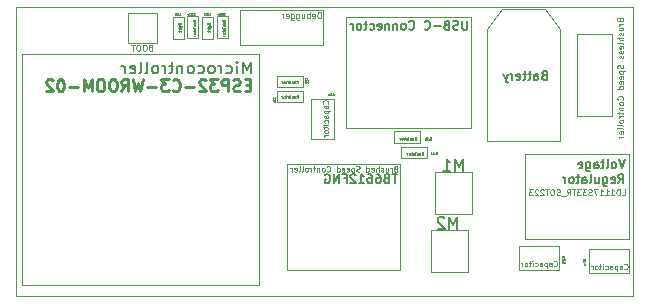
<source format=gbo>
G04 #@! TF.GenerationSoftware,KiCad,Pcbnew,9.0.3*
G04 #@! TF.CreationDate,2025-08-05T23:08:30-05:00*
G04 #@! TF.ProjectId,Battle_Bot_Mind,42617474-6c65-45f4-926f-745f4d696e64,rev?*
G04 #@! TF.SameCoordinates,Original*
G04 #@! TF.FileFunction,Legend,Bot*
G04 #@! TF.FilePolarity,Positive*
%FSLAX46Y46*%
G04 Gerber Fmt 4.6, Leading zero omitted, Abs format (unit mm)*
G04 Created by KiCad (PCBNEW 9.0.3) date 2025-08-05 23:08:30*
%MOMM*%
%LPD*%
G01*
G04 APERTURE LIST*
%ADD10C,0.100000*%
%ADD11C,0.050000*%
%ADD12C,0.187500*%
%ADD13C,0.125000*%
%ADD14C,0.200000*%
%ADD15C,0.118750*%
%ADD16C,0.150000*%
%ADD17C,0.250000*%
G04 #@! TA.AperFunction,Profile*
%ADD18C,0.050000*%
G04 #@! TD*
G04 APERTURE END LIST*
D10*
X134012500Y-81030000D02*
X131792500Y-81030000D01*
X145850000Y-72350000D02*
X144550000Y-70650000D01*
X151650000Y-82900000D02*
X142850000Y-82900000D01*
X109230000Y-70980000D02*
X111750000Y-71000000D01*
X144550000Y-70650000D02*
X140950000Y-70650000D01*
X121890000Y-77568000D02*
X124110000Y-77568000D01*
X124110000Y-78508000D01*
X121890000Y-78508000D01*
X121890000Y-77568000D01*
X115530000Y-71305000D02*
X116470000Y-71305000D01*
X116470000Y-73165000D01*
X115530000Y-73165000D01*
X115530000Y-71305000D01*
X116780000Y-71280000D02*
X117720000Y-71280000D01*
X117720000Y-73140000D01*
X116780000Y-73140000D01*
X116780000Y-71280000D01*
X139650000Y-72350000D02*
X139650000Y-81850000D01*
X145750000Y-90770000D02*
X142350000Y-90770000D01*
X135250000Y-88000000D02*
X138350000Y-88035000D01*
X138050000Y-89410000D02*
X138050000Y-92960000D01*
X131792500Y-81030000D02*
X131792500Y-81970000D01*
X140950000Y-70650000D02*
X139650000Y-72350000D01*
X111750000Y-71000000D02*
X111750000Y-73500000D01*
X139650000Y-81850000D02*
X145850000Y-81850000D01*
X132250000Y-83775000D02*
X122750000Y-83775000D01*
X139650000Y-72350000D02*
X139650000Y-81850000D01*
X114280000Y-71280000D02*
X115220000Y-71280000D01*
X115220000Y-73140000D01*
X114280000Y-73140000D01*
X114280000Y-71280000D01*
X138350000Y-84485000D02*
X135250000Y-84485000D01*
X135250000Y-84485000D02*
X135250000Y-88000000D01*
X139650000Y-81850000D02*
X145850000Y-81850000D01*
X142350000Y-90770000D02*
X142350000Y-92730000D01*
X140950000Y-70650000D02*
X139650000Y-72350000D01*
X121890000Y-76318000D02*
X124110000Y-76318000D01*
X124110000Y-77258000D01*
X121890000Y-77258000D01*
X121890000Y-76318000D01*
X145750000Y-92750000D02*
X145750000Y-90750000D01*
X142350000Y-92730000D02*
X145750000Y-92750000D01*
X100250000Y-74500000D02*
X120350000Y-74500000D01*
X120350000Y-94000000D01*
X100250000Y-94000000D01*
X100250000Y-74500000D01*
X113030000Y-71305000D02*
X113970000Y-71305000D01*
X113970000Y-73165000D01*
X113030000Y-73165000D01*
X113030000Y-71305000D01*
X145850000Y-81850000D02*
X145850000Y-72350000D01*
X147250000Y-72750000D02*
X150250000Y-72750000D01*
X150250000Y-79750000D01*
X147250000Y-79750000D01*
X147250000Y-72750000D01*
X122750000Y-92775000D02*
X132250000Y-92775000D01*
X109230000Y-73520000D02*
X111750000Y-73520000D01*
X122750000Y-83775000D02*
X122750000Y-92750000D01*
X132390000Y-82310000D02*
X134610000Y-82310000D01*
X134610000Y-83250000D01*
X132390000Y-83250000D01*
X132390000Y-82310000D01*
X145850000Y-81850000D02*
X145850000Y-72350000D01*
X132250000Y-92775000D02*
X132250000Y-83775000D01*
X148300000Y-91020000D02*
X151700000Y-91020000D01*
X151700000Y-92980000D01*
X148300000Y-92980000D01*
X148300000Y-91020000D01*
X151650000Y-90100000D02*
X142850000Y-90100000D01*
X134950000Y-89410000D02*
X138050000Y-89410000D01*
X145850000Y-72350000D02*
X144550000Y-70650000D01*
X144550000Y-70650000D02*
X140950000Y-70650000D01*
X134950000Y-92960000D02*
X134950000Y-89410000D01*
X138350000Y-88035000D02*
X138350000Y-84485000D01*
X127680000Y-71350000D02*
X138320000Y-71350000D01*
X138320000Y-80770000D01*
X127680000Y-80770000D01*
X127680000Y-71350000D01*
X109230000Y-70980000D02*
X109230000Y-73520000D01*
X138050000Y-92960000D02*
X134950000Y-92960000D01*
X134012500Y-81970000D02*
X134012500Y-81030000D01*
X151650000Y-82900000D02*
X151650000Y-90100000D01*
X142850000Y-90100000D02*
X142850000Y-82900000D01*
X131792500Y-81970000D02*
X134012500Y-81970000D01*
X124770000Y-78250000D02*
X126730000Y-78250000D01*
X126730000Y-81650000D01*
X124770000Y-81650000D01*
X124770000Y-78250000D01*
X118750000Y-70750000D02*
X125750000Y-70750000D01*
X125750000Y-73750000D01*
X118750000Y-73750000D01*
X118750000Y-70750000D01*
D11*
X135324248Y-82772923D02*
X135419486Y-82772923D01*
X135419486Y-82772923D02*
X135429010Y-82868161D01*
X135429010Y-82868161D02*
X135419486Y-82858638D01*
X135419486Y-82858638D02*
X135400439Y-82849114D01*
X135400439Y-82849114D02*
X135352820Y-82849114D01*
X135352820Y-82849114D02*
X135333772Y-82858638D01*
X135333772Y-82858638D02*
X135324248Y-82868161D01*
X135324248Y-82868161D02*
X135314725Y-82887209D01*
X135314725Y-82887209D02*
X135314725Y-82934828D01*
X135314725Y-82934828D02*
X135324248Y-82953876D01*
X135324248Y-82953876D02*
X135333772Y-82963400D01*
X135333772Y-82963400D02*
X135352820Y-82972923D01*
X135352820Y-82972923D02*
X135400439Y-82972923D01*
X135400439Y-82972923D02*
X135419486Y-82963400D01*
X135419486Y-82963400D02*
X135429010Y-82953876D01*
X135229010Y-82953876D02*
X135219487Y-82963400D01*
X135219487Y-82963400D02*
X135229010Y-82972923D01*
X135229010Y-82972923D02*
X135238534Y-82963400D01*
X135238534Y-82963400D02*
X135229010Y-82953876D01*
X135229010Y-82953876D02*
X135229010Y-82972923D01*
X135029011Y-82972923D02*
X135143296Y-82972923D01*
X135086153Y-82972923D02*
X135086153Y-82772923D01*
X135086153Y-82772923D02*
X135105201Y-82801495D01*
X135105201Y-82801495D02*
X135124249Y-82820542D01*
X135124249Y-82820542D02*
X135143296Y-82830066D01*
X134943296Y-82972923D02*
X134943296Y-82772923D01*
X134924249Y-82896733D02*
X134867106Y-82972923D01*
X134867106Y-82839590D02*
X134943296Y-82915780D01*
D12*
X150769502Y-85398464D02*
X151019502Y-85041321D01*
X151198073Y-85398464D02*
X151198073Y-84648464D01*
X151198073Y-84648464D02*
X150912359Y-84648464D01*
X150912359Y-84648464D02*
X150840930Y-84684178D01*
X150840930Y-84684178D02*
X150805216Y-84719892D01*
X150805216Y-84719892D02*
X150769502Y-84791321D01*
X150769502Y-84791321D02*
X150769502Y-84898464D01*
X150769502Y-84898464D02*
X150805216Y-84969892D01*
X150805216Y-84969892D02*
X150840930Y-85005607D01*
X150840930Y-85005607D02*
X150912359Y-85041321D01*
X150912359Y-85041321D02*
X151198073Y-85041321D01*
X150162359Y-85362750D02*
X150233787Y-85398464D01*
X150233787Y-85398464D02*
X150376645Y-85398464D01*
X150376645Y-85398464D02*
X150448073Y-85362750D01*
X150448073Y-85362750D02*
X150483787Y-85291321D01*
X150483787Y-85291321D02*
X150483787Y-85005607D01*
X150483787Y-85005607D02*
X150448073Y-84934178D01*
X150448073Y-84934178D02*
X150376645Y-84898464D01*
X150376645Y-84898464D02*
X150233787Y-84898464D01*
X150233787Y-84898464D02*
X150162359Y-84934178D01*
X150162359Y-84934178D02*
X150126645Y-85005607D01*
X150126645Y-85005607D02*
X150126645Y-85077035D01*
X150126645Y-85077035D02*
X150483787Y-85148464D01*
X149483788Y-84898464D02*
X149483788Y-85505607D01*
X149483788Y-85505607D02*
X149519502Y-85577035D01*
X149519502Y-85577035D02*
X149555216Y-85612750D01*
X149555216Y-85612750D02*
X149626645Y-85648464D01*
X149626645Y-85648464D02*
X149733788Y-85648464D01*
X149733788Y-85648464D02*
X149805216Y-85612750D01*
X149483788Y-85362750D02*
X149555216Y-85398464D01*
X149555216Y-85398464D02*
X149698073Y-85398464D01*
X149698073Y-85398464D02*
X149769502Y-85362750D01*
X149769502Y-85362750D02*
X149805216Y-85327035D01*
X149805216Y-85327035D02*
X149840930Y-85255607D01*
X149840930Y-85255607D02*
X149840930Y-85041321D01*
X149840930Y-85041321D02*
X149805216Y-84969892D01*
X149805216Y-84969892D02*
X149769502Y-84934178D01*
X149769502Y-84934178D02*
X149698073Y-84898464D01*
X149698073Y-84898464D02*
X149555216Y-84898464D01*
X149555216Y-84898464D02*
X149483788Y-84934178D01*
X148805217Y-84898464D02*
X148805217Y-85398464D01*
X149126645Y-84898464D02*
X149126645Y-85291321D01*
X149126645Y-85291321D02*
X149090931Y-85362750D01*
X149090931Y-85362750D02*
X149019502Y-85398464D01*
X149019502Y-85398464D02*
X148912359Y-85398464D01*
X148912359Y-85398464D02*
X148840931Y-85362750D01*
X148840931Y-85362750D02*
X148805217Y-85327035D01*
X148340931Y-85398464D02*
X148412360Y-85362750D01*
X148412360Y-85362750D02*
X148448074Y-85291321D01*
X148448074Y-85291321D02*
X148448074Y-84648464D01*
X147733789Y-85398464D02*
X147733789Y-85005607D01*
X147733789Y-85005607D02*
X147769503Y-84934178D01*
X147769503Y-84934178D02*
X147840931Y-84898464D01*
X147840931Y-84898464D02*
X147983789Y-84898464D01*
X147983789Y-84898464D02*
X148055217Y-84934178D01*
X147733789Y-85362750D02*
X147805217Y-85398464D01*
X147805217Y-85398464D02*
X147983789Y-85398464D01*
X147983789Y-85398464D02*
X148055217Y-85362750D01*
X148055217Y-85362750D02*
X148090931Y-85291321D01*
X148090931Y-85291321D02*
X148090931Y-85219892D01*
X148090931Y-85219892D02*
X148055217Y-85148464D01*
X148055217Y-85148464D02*
X147983789Y-85112750D01*
X147983789Y-85112750D02*
X147805217Y-85112750D01*
X147805217Y-85112750D02*
X147733789Y-85077035D01*
X147483789Y-84898464D02*
X147198075Y-84898464D01*
X147376646Y-84648464D02*
X147376646Y-85291321D01*
X147376646Y-85291321D02*
X147340932Y-85362750D01*
X147340932Y-85362750D02*
X147269503Y-85398464D01*
X147269503Y-85398464D02*
X147198075Y-85398464D01*
X146840932Y-85398464D02*
X146912361Y-85362750D01*
X146912361Y-85362750D02*
X146948075Y-85327035D01*
X146948075Y-85327035D02*
X146983789Y-85255607D01*
X146983789Y-85255607D02*
X146983789Y-85041321D01*
X146983789Y-85041321D02*
X146948075Y-84969892D01*
X146948075Y-84969892D02*
X146912361Y-84934178D01*
X146912361Y-84934178D02*
X146840932Y-84898464D01*
X146840932Y-84898464D02*
X146733789Y-84898464D01*
X146733789Y-84898464D02*
X146662361Y-84934178D01*
X146662361Y-84934178D02*
X146626647Y-84969892D01*
X146626647Y-84969892D02*
X146590932Y-85041321D01*
X146590932Y-85041321D02*
X146590932Y-85255607D01*
X146590932Y-85255607D02*
X146626647Y-85327035D01*
X146626647Y-85327035D02*
X146662361Y-85362750D01*
X146662361Y-85362750D02*
X146733789Y-85398464D01*
X146733789Y-85398464D02*
X146840932Y-85398464D01*
X146269504Y-85398464D02*
X146269504Y-84898464D01*
X146269504Y-85041321D02*
X146233790Y-84969892D01*
X146233790Y-84969892D02*
X146198076Y-84934178D01*
X146198076Y-84934178D02*
X146126647Y-84898464D01*
X146126647Y-84898464D02*
X146055218Y-84898464D01*
D10*
X150921704Y-71601503D02*
X150945514Y-71672931D01*
X150945514Y-71672931D02*
X150969323Y-71696741D01*
X150969323Y-71696741D02*
X151016942Y-71720550D01*
X151016942Y-71720550D02*
X151088371Y-71720550D01*
X151088371Y-71720550D02*
X151135990Y-71696741D01*
X151135990Y-71696741D02*
X151159800Y-71672931D01*
X151159800Y-71672931D02*
X151183609Y-71625312D01*
X151183609Y-71625312D02*
X151183609Y-71434836D01*
X151183609Y-71434836D02*
X150683609Y-71434836D01*
X150683609Y-71434836D02*
X150683609Y-71601503D01*
X150683609Y-71601503D02*
X150707419Y-71649122D01*
X150707419Y-71649122D02*
X150731228Y-71672931D01*
X150731228Y-71672931D02*
X150778847Y-71696741D01*
X150778847Y-71696741D02*
X150826466Y-71696741D01*
X150826466Y-71696741D02*
X150874085Y-71672931D01*
X150874085Y-71672931D02*
X150897895Y-71649122D01*
X150897895Y-71649122D02*
X150921704Y-71601503D01*
X150921704Y-71601503D02*
X150921704Y-71434836D01*
X151183609Y-71934836D02*
X150850276Y-71934836D01*
X150945514Y-71934836D02*
X150897895Y-71958646D01*
X150897895Y-71958646D02*
X150874085Y-71982455D01*
X150874085Y-71982455D02*
X150850276Y-72030074D01*
X150850276Y-72030074D02*
X150850276Y-72077693D01*
X150850276Y-72458646D02*
X151183609Y-72458646D01*
X150850276Y-72244360D02*
X151112180Y-72244360D01*
X151112180Y-72244360D02*
X151159800Y-72268170D01*
X151159800Y-72268170D02*
X151183609Y-72315789D01*
X151183609Y-72315789D02*
X151183609Y-72387217D01*
X151183609Y-72387217D02*
X151159800Y-72434836D01*
X151159800Y-72434836D02*
X151135990Y-72458646D01*
X151159800Y-72672932D02*
X151183609Y-72720551D01*
X151183609Y-72720551D02*
X151183609Y-72815789D01*
X151183609Y-72815789D02*
X151159800Y-72863408D01*
X151159800Y-72863408D02*
X151112180Y-72887217D01*
X151112180Y-72887217D02*
X151088371Y-72887217D01*
X151088371Y-72887217D02*
X151040752Y-72863408D01*
X151040752Y-72863408D02*
X151016942Y-72815789D01*
X151016942Y-72815789D02*
X151016942Y-72744360D01*
X151016942Y-72744360D02*
X150993133Y-72696741D01*
X150993133Y-72696741D02*
X150945514Y-72672932D01*
X150945514Y-72672932D02*
X150921704Y-72672932D01*
X150921704Y-72672932D02*
X150874085Y-72696741D01*
X150874085Y-72696741D02*
X150850276Y-72744360D01*
X150850276Y-72744360D02*
X150850276Y-72815789D01*
X150850276Y-72815789D02*
X150874085Y-72863408D01*
X151183609Y-73101503D02*
X150683609Y-73101503D01*
X151183609Y-73315789D02*
X150921704Y-73315789D01*
X150921704Y-73315789D02*
X150874085Y-73291979D01*
X150874085Y-73291979D02*
X150850276Y-73244360D01*
X150850276Y-73244360D02*
X150850276Y-73172932D01*
X150850276Y-73172932D02*
X150874085Y-73125313D01*
X150874085Y-73125313D02*
X150897895Y-73101503D01*
X151183609Y-73625313D02*
X151159800Y-73577694D01*
X151159800Y-73577694D02*
X151112180Y-73553884D01*
X151112180Y-73553884D02*
X150683609Y-73553884D01*
X151159800Y-74006265D02*
X151183609Y-73958646D01*
X151183609Y-73958646D02*
X151183609Y-73863408D01*
X151183609Y-73863408D02*
X151159800Y-73815789D01*
X151159800Y-73815789D02*
X151112180Y-73791980D01*
X151112180Y-73791980D02*
X150921704Y-73791980D01*
X150921704Y-73791980D02*
X150874085Y-73815789D01*
X150874085Y-73815789D02*
X150850276Y-73863408D01*
X150850276Y-73863408D02*
X150850276Y-73958646D01*
X150850276Y-73958646D02*
X150874085Y-74006265D01*
X150874085Y-74006265D02*
X150921704Y-74030075D01*
X150921704Y-74030075D02*
X150969323Y-74030075D01*
X150969323Y-74030075D02*
X151016942Y-73791980D01*
X151159800Y-74220551D02*
X151183609Y-74268170D01*
X151183609Y-74268170D02*
X151183609Y-74363408D01*
X151183609Y-74363408D02*
X151159800Y-74411027D01*
X151159800Y-74411027D02*
X151112180Y-74434836D01*
X151112180Y-74434836D02*
X151088371Y-74434836D01*
X151088371Y-74434836D02*
X151040752Y-74411027D01*
X151040752Y-74411027D02*
X151016942Y-74363408D01*
X151016942Y-74363408D02*
X151016942Y-74291979D01*
X151016942Y-74291979D02*
X150993133Y-74244360D01*
X150993133Y-74244360D02*
X150945514Y-74220551D01*
X150945514Y-74220551D02*
X150921704Y-74220551D01*
X150921704Y-74220551D02*
X150874085Y-74244360D01*
X150874085Y-74244360D02*
X150850276Y-74291979D01*
X150850276Y-74291979D02*
X150850276Y-74363408D01*
X150850276Y-74363408D02*
X150874085Y-74411027D01*
X151159800Y-74625313D02*
X151183609Y-74672932D01*
X151183609Y-74672932D02*
X151183609Y-74768170D01*
X151183609Y-74768170D02*
X151159800Y-74815789D01*
X151159800Y-74815789D02*
X151112180Y-74839598D01*
X151112180Y-74839598D02*
X151088371Y-74839598D01*
X151088371Y-74839598D02*
X151040752Y-74815789D01*
X151040752Y-74815789D02*
X151016942Y-74768170D01*
X151016942Y-74768170D02*
X151016942Y-74696741D01*
X151016942Y-74696741D02*
X150993133Y-74649122D01*
X150993133Y-74649122D02*
X150945514Y-74625313D01*
X150945514Y-74625313D02*
X150921704Y-74625313D01*
X150921704Y-74625313D02*
X150874085Y-74649122D01*
X150874085Y-74649122D02*
X150850276Y-74696741D01*
X150850276Y-74696741D02*
X150850276Y-74768170D01*
X150850276Y-74768170D02*
X150874085Y-74815789D01*
X151159800Y-75411027D02*
X151183609Y-75482455D01*
X151183609Y-75482455D02*
X151183609Y-75601503D01*
X151183609Y-75601503D02*
X151159800Y-75649122D01*
X151159800Y-75649122D02*
X151135990Y-75672931D01*
X151135990Y-75672931D02*
X151088371Y-75696741D01*
X151088371Y-75696741D02*
X151040752Y-75696741D01*
X151040752Y-75696741D02*
X150993133Y-75672931D01*
X150993133Y-75672931D02*
X150969323Y-75649122D01*
X150969323Y-75649122D02*
X150945514Y-75601503D01*
X150945514Y-75601503D02*
X150921704Y-75506265D01*
X150921704Y-75506265D02*
X150897895Y-75458646D01*
X150897895Y-75458646D02*
X150874085Y-75434836D01*
X150874085Y-75434836D02*
X150826466Y-75411027D01*
X150826466Y-75411027D02*
X150778847Y-75411027D01*
X150778847Y-75411027D02*
X150731228Y-75434836D01*
X150731228Y-75434836D02*
X150707419Y-75458646D01*
X150707419Y-75458646D02*
X150683609Y-75506265D01*
X150683609Y-75506265D02*
X150683609Y-75625312D01*
X150683609Y-75625312D02*
X150707419Y-75696741D01*
X150850276Y-75911026D02*
X151350276Y-75911026D01*
X150874085Y-75911026D02*
X150850276Y-75958645D01*
X150850276Y-75958645D02*
X150850276Y-76053883D01*
X150850276Y-76053883D02*
X150874085Y-76101502D01*
X150874085Y-76101502D02*
X150897895Y-76125312D01*
X150897895Y-76125312D02*
X150945514Y-76149121D01*
X150945514Y-76149121D02*
X151088371Y-76149121D01*
X151088371Y-76149121D02*
X151135990Y-76125312D01*
X151135990Y-76125312D02*
X151159800Y-76101502D01*
X151159800Y-76101502D02*
X151183609Y-76053883D01*
X151183609Y-76053883D02*
X151183609Y-75958645D01*
X151183609Y-75958645D02*
X151159800Y-75911026D01*
X151159800Y-76553883D02*
X151183609Y-76506264D01*
X151183609Y-76506264D02*
X151183609Y-76411026D01*
X151183609Y-76411026D02*
X151159800Y-76363407D01*
X151159800Y-76363407D02*
X151112180Y-76339598D01*
X151112180Y-76339598D02*
X150921704Y-76339598D01*
X150921704Y-76339598D02*
X150874085Y-76363407D01*
X150874085Y-76363407D02*
X150850276Y-76411026D01*
X150850276Y-76411026D02*
X150850276Y-76506264D01*
X150850276Y-76506264D02*
X150874085Y-76553883D01*
X150874085Y-76553883D02*
X150921704Y-76577693D01*
X150921704Y-76577693D02*
X150969323Y-76577693D01*
X150969323Y-76577693D02*
X151016942Y-76339598D01*
X151159800Y-76982454D02*
X151183609Y-76934835D01*
X151183609Y-76934835D02*
X151183609Y-76839597D01*
X151183609Y-76839597D02*
X151159800Y-76791978D01*
X151159800Y-76791978D02*
X151112180Y-76768169D01*
X151112180Y-76768169D02*
X150921704Y-76768169D01*
X150921704Y-76768169D02*
X150874085Y-76791978D01*
X150874085Y-76791978D02*
X150850276Y-76839597D01*
X150850276Y-76839597D02*
X150850276Y-76934835D01*
X150850276Y-76934835D02*
X150874085Y-76982454D01*
X150874085Y-76982454D02*
X150921704Y-77006264D01*
X150921704Y-77006264D02*
X150969323Y-77006264D01*
X150969323Y-77006264D02*
X151016942Y-76768169D01*
X151183609Y-77434835D02*
X150683609Y-77434835D01*
X151159800Y-77434835D02*
X151183609Y-77387216D01*
X151183609Y-77387216D02*
X151183609Y-77291978D01*
X151183609Y-77291978D02*
X151159800Y-77244359D01*
X151159800Y-77244359D02*
X151135990Y-77220549D01*
X151135990Y-77220549D02*
X151088371Y-77196740D01*
X151088371Y-77196740D02*
X150945514Y-77196740D01*
X150945514Y-77196740D02*
X150897895Y-77220549D01*
X150897895Y-77220549D02*
X150874085Y-77244359D01*
X150874085Y-77244359D02*
X150850276Y-77291978D01*
X150850276Y-77291978D02*
X150850276Y-77387216D01*
X150850276Y-77387216D02*
X150874085Y-77434835D01*
X151135990Y-78339596D02*
X151159800Y-78315787D01*
X151159800Y-78315787D02*
X151183609Y-78244358D01*
X151183609Y-78244358D02*
X151183609Y-78196739D01*
X151183609Y-78196739D02*
X151159800Y-78125311D01*
X151159800Y-78125311D02*
X151112180Y-78077692D01*
X151112180Y-78077692D02*
X151064561Y-78053882D01*
X151064561Y-78053882D02*
X150969323Y-78030073D01*
X150969323Y-78030073D02*
X150897895Y-78030073D01*
X150897895Y-78030073D02*
X150802657Y-78053882D01*
X150802657Y-78053882D02*
X150755038Y-78077692D01*
X150755038Y-78077692D02*
X150707419Y-78125311D01*
X150707419Y-78125311D02*
X150683609Y-78196739D01*
X150683609Y-78196739D02*
X150683609Y-78244358D01*
X150683609Y-78244358D02*
X150707419Y-78315787D01*
X150707419Y-78315787D02*
X150731228Y-78339596D01*
X151183609Y-78625311D02*
X151159800Y-78577692D01*
X151159800Y-78577692D02*
X151135990Y-78553882D01*
X151135990Y-78553882D02*
X151088371Y-78530073D01*
X151088371Y-78530073D02*
X150945514Y-78530073D01*
X150945514Y-78530073D02*
X150897895Y-78553882D01*
X150897895Y-78553882D02*
X150874085Y-78577692D01*
X150874085Y-78577692D02*
X150850276Y-78625311D01*
X150850276Y-78625311D02*
X150850276Y-78696739D01*
X150850276Y-78696739D02*
X150874085Y-78744358D01*
X150874085Y-78744358D02*
X150897895Y-78768168D01*
X150897895Y-78768168D02*
X150945514Y-78791977D01*
X150945514Y-78791977D02*
X151088371Y-78791977D01*
X151088371Y-78791977D02*
X151135990Y-78768168D01*
X151135990Y-78768168D02*
X151159800Y-78744358D01*
X151159800Y-78744358D02*
X151183609Y-78696739D01*
X151183609Y-78696739D02*
X151183609Y-78625311D01*
X150850276Y-79006263D02*
X151183609Y-79006263D01*
X150897895Y-79006263D02*
X150874085Y-79030073D01*
X150874085Y-79030073D02*
X150850276Y-79077692D01*
X150850276Y-79077692D02*
X150850276Y-79149120D01*
X150850276Y-79149120D02*
X150874085Y-79196739D01*
X150874085Y-79196739D02*
X150921704Y-79220549D01*
X150921704Y-79220549D02*
X151183609Y-79220549D01*
X150850276Y-79387216D02*
X150850276Y-79577692D01*
X150683609Y-79458644D02*
X151112180Y-79458644D01*
X151112180Y-79458644D02*
X151159800Y-79482454D01*
X151159800Y-79482454D02*
X151183609Y-79530073D01*
X151183609Y-79530073D02*
X151183609Y-79577692D01*
X151183609Y-79744358D02*
X150850276Y-79744358D01*
X150945514Y-79744358D02*
X150897895Y-79768168D01*
X150897895Y-79768168D02*
X150874085Y-79791977D01*
X150874085Y-79791977D02*
X150850276Y-79839596D01*
X150850276Y-79839596D02*
X150850276Y-79887215D01*
X151183609Y-80125311D02*
X151159800Y-80077692D01*
X151159800Y-80077692D02*
X151135990Y-80053882D01*
X151135990Y-80053882D02*
X151088371Y-80030073D01*
X151088371Y-80030073D02*
X150945514Y-80030073D01*
X150945514Y-80030073D02*
X150897895Y-80053882D01*
X150897895Y-80053882D02*
X150874085Y-80077692D01*
X150874085Y-80077692D02*
X150850276Y-80125311D01*
X150850276Y-80125311D02*
X150850276Y-80196739D01*
X150850276Y-80196739D02*
X150874085Y-80244358D01*
X150874085Y-80244358D02*
X150897895Y-80268168D01*
X150897895Y-80268168D02*
X150945514Y-80291977D01*
X150945514Y-80291977D02*
X151088371Y-80291977D01*
X151088371Y-80291977D02*
X151135990Y-80268168D01*
X151135990Y-80268168D02*
X151159800Y-80244358D01*
X151159800Y-80244358D02*
X151183609Y-80196739D01*
X151183609Y-80196739D02*
X151183609Y-80125311D01*
X151183609Y-80577692D02*
X151159800Y-80530073D01*
X151159800Y-80530073D02*
X151112180Y-80506263D01*
X151112180Y-80506263D02*
X150683609Y-80506263D01*
X151183609Y-80839597D02*
X151159800Y-80791978D01*
X151159800Y-80791978D02*
X151112180Y-80768168D01*
X151112180Y-80768168D02*
X150683609Y-80768168D01*
X151159800Y-81220549D02*
X151183609Y-81172930D01*
X151183609Y-81172930D02*
X151183609Y-81077692D01*
X151183609Y-81077692D02*
X151159800Y-81030073D01*
X151159800Y-81030073D02*
X151112180Y-81006264D01*
X151112180Y-81006264D02*
X150921704Y-81006264D01*
X150921704Y-81006264D02*
X150874085Y-81030073D01*
X150874085Y-81030073D02*
X150850276Y-81077692D01*
X150850276Y-81077692D02*
X150850276Y-81172930D01*
X150850276Y-81172930D02*
X150874085Y-81220549D01*
X150874085Y-81220549D02*
X150921704Y-81244359D01*
X150921704Y-81244359D02*
X150969323Y-81244359D01*
X150969323Y-81244359D02*
X151016942Y-81006264D01*
X151183609Y-81458644D02*
X150850276Y-81458644D01*
X150945514Y-81458644D02*
X150897895Y-81482454D01*
X150897895Y-81482454D02*
X150874085Y-81506263D01*
X150874085Y-81506263D02*
X150850276Y-81553882D01*
X150850276Y-81553882D02*
X150850276Y-81601501D01*
X125565163Y-71433609D02*
X125565163Y-70933609D01*
X125565163Y-70933609D02*
X125446115Y-70933609D01*
X125446115Y-70933609D02*
X125374687Y-70957419D01*
X125374687Y-70957419D02*
X125327068Y-71005038D01*
X125327068Y-71005038D02*
X125303258Y-71052657D01*
X125303258Y-71052657D02*
X125279449Y-71147895D01*
X125279449Y-71147895D02*
X125279449Y-71219323D01*
X125279449Y-71219323D02*
X125303258Y-71314561D01*
X125303258Y-71314561D02*
X125327068Y-71362180D01*
X125327068Y-71362180D02*
X125374687Y-71409800D01*
X125374687Y-71409800D02*
X125446115Y-71433609D01*
X125446115Y-71433609D02*
X125565163Y-71433609D01*
X124874687Y-71409800D02*
X124922306Y-71433609D01*
X124922306Y-71433609D02*
X125017544Y-71433609D01*
X125017544Y-71433609D02*
X125065163Y-71409800D01*
X125065163Y-71409800D02*
X125088972Y-71362180D01*
X125088972Y-71362180D02*
X125088972Y-71171704D01*
X125088972Y-71171704D02*
X125065163Y-71124085D01*
X125065163Y-71124085D02*
X125017544Y-71100276D01*
X125017544Y-71100276D02*
X124922306Y-71100276D01*
X124922306Y-71100276D02*
X124874687Y-71124085D01*
X124874687Y-71124085D02*
X124850877Y-71171704D01*
X124850877Y-71171704D02*
X124850877Y-71219323D01*
X124850877Y-71219323D02*
X125088972Y-71266942D01*
X124636592Y-71433609D02*
X124636592Y-70933609D01*
X124636592Y-71124085D02*
X124588973Y-71100276D01*
X124588973Y-71100276D02*
X124493735Y-71100276D01*
X124493735Y-71100276D02*
X124446116Y-71124085D01*
X124446116Y-71124085D02*
X124422306Y-71147895D01*
X124422306Y-71147895D02*
X124398497Y-71195514D01*
X124398497Y-71195514D02*
X124398497Y-71338371D01*
X124398497Y-71338371D02*
X124422306Y-71385990D01*
X124422306Y-71385990D02*
X124446116Y-71409800D01*
X124446116Y-71409800D02*
X124493735Y-71433609D01*
X124493735Y-71433609D02*
X124588973Y-71433609D01*
X124588973Y-71433609D02*
X124636592Y-71409800D01*
X123969925Y-71100276D02*
X123969925Y-71433609D01*
X124184211Y-71100276D02*
X124184211Y-71362180D01*
X124184211Y-71362180D02*
X124160401Y-71409800D01*
X124160401Y-71409800D02*
X124112782Y-71433609D01*
X124112782Y-71433609D02*
X124041354Y-71433609D01*
X124041354Y-71433609D02*
X123993735Y-71409800D01*
X123993735Y-71409800D02*
X123969925Y-71385990D01*
X123517544Y-71100276D02*
X123517544Y-71505038D01*
X123517544Y-71505038D02*
X123541354Y-71552657D01*
X123541354Y-71552657D02*
X123565163Y-71576466D01*
X123565163Y-71576466D02*
X123612782Y-71600276D01*
X123612782Y-71600276D02*
X123684211Y-71600276D01*
X123684211Y-71600276D02*
X123731830Y-71576466D01*
X123517544Y-71409800D02*
X123565163Y-71433609D01*
X123565163Y-71433609D02*
X123660401Y-71433609D01*
X123660401Y-71433609D02*
X123708020Y-71409800D01*
X123708020Y-71409800D02*
X123731830Y-71385990D01*
X123731830Y-71385990D02*
X123755639Y-71338371D01*
X123755639Y-71338371D02*
X123755639Y-71195514D01*
X123755639Y-71195514D02*
X123731830Y-71147895D01*
X123731830Y-71147895D02*
X123708020Y-71124085D01*
X123708020Y-71124085D02*
X123660401Y-71100276D01*
X123660401Y-71100276D02*
X123565163Y-71100276D01*
X123565163Y-71100276D02*
X123517544Y-71124085D01*
X123065163Y-71100276D02*
X123065163Y-71505038D01*
X123065163Y-71505038D02*
X123088973Y-71552657D01*
X123088973Y-71552657D02*
X123112782Y-71576466D01*
X123112782Y-71576466D02*
X123160401Y-71600276D01*
X123160401Y-71600276D02*
X123231830Y-71600276D01*
X123231830Y-71600276D02*
X123279449Y-71576466D01*
X123065163Y-71409800D02*
X123112782Y-71433609D01*
X123112782Y-71433609D02*
X123208020Y-71433609D01*
X123208020Y-71433609D02*
X123255639Y-71409800D01*
X123255639Y-71409800D02*
X123279449Y-71385990D01*
X123279449Y-71385990D02*
X123303258Y-71338371D01*
X123303258Y-71338371D02*
X123303258Y-71195514D01*
X123303258Y-71195514D02*
X123279449Y-71147895D01*
X123279449Y-71147895D02*
X123255639Y-71124085D01*
X123255639Y-71124085D02*
X123208020Y-71100276D01*
X123208020Y-71100276D02*
X123112782Y-71100276D01*
X123112782Y-71100276D02*
X123065163Y-71124085D01*
X122636592Y-71409800D02*
X122684211Y-71433609D01*
X122684211Y-71433609D02*
X122779449Y-71433609D01*
X122779449Y-71433609D02*
X122827068Y-71409800D01*
X122827068Y-71409800D02*
X122850877Y-71362180D01*
X122850877Y-71362180D02*
X122850877Y-71171704D01*
X122850877Y-71171704D02*
X122827068Y-71124085D01*
X122827068Y-71124085D02*
X122779449Y-71100276D01*
X122779449Y-71100276D02*
X122684211Y-71100276D01*
X122684211Y-71100276D02*
X122636592Y-71124085D01*
X122636592Y-71124085D02*
X122612782Y-71171704D01*
X122612782Y-71171704D02*
X122612782Y-71219323D01*
X122612782Y-71219323D02*
X122850877Y-71266942D01*
X122398497Y-71433609D02*
X122398497Y-71100276D01*
X122398497Y-71195514D02*
X122374687Y-71147895D01*
X122374687Y-71147895D02*
X122350878Y-71124085D01*
X122350878Y-71124085D02*
X122303259Y-71100276D01*
X122303259Y-71100276D02*
X122255640Y-71100276D01*
D11*
X134824248Y-81522923D02*
X134919486Y-81522923D01*
X134919486Y-81522923D02*
X134929010Y-81618161D01*
X134929010Y-81618161D02*
X134919486Y-81608638D01*
X134919486Y-81608638D02*
X134900439Y-81599114D01*
X134900439Y-81599114D02*
X134852820Y-81599114D01*
X134852820Y-81599114D02*
X134833772Y-81608638D01*
X134833772Y-81608638D02*
X134824248Y-81618161D01*
X134824248Y-81618161D02*
X134814725Y-81637209D01*
X134814725Y-81637209D02*
X134814725Y-81684828D01*
X134814725Y-81684828D02*
X134824248Y-81703876D01*
X134824248Y-81703876D02*
X134833772Y-81713400D01*
X134833772Y-81713400D02*
X134852820Y-81722923D01*
X134852820Y-81722923D02*
X134900439Y-81722923D01*
X134900439Y-81722923D02*
X134919486Y-81713400D01*
X134919486Y-81713400D02*
X134929010Y-81703876D01*
X134729010Y-81703876D02*
X134719487Y-81713400D01*
X134719487Y-81713400D02*
X134729010Y-81722923D01*
X134729010Y-81722923D02*
X134738534Y-81713400D01*
X134738534Y-81713400D02*
X134729010Y-81703876D01*
X134729010Y-81703876D02*
X134729010Y-81722923D01*
X134529011Y-81722923D02*
X134643296Y-81722923D01*
X134586153Y-81722923D02*
X134586153Y-81522923D01*
X134586153Y-81522923D02*
X134605201Y-81551495D01*
X134605201Y-81551495D02*
X134624249Y-81570542D01*
X134624249Y-81570542D02*
X134643296Y-81580066D01*
X134443296Y-81722923D02*
X134443296Y-81522923D01*
X134424249Y-81646733D02*
X134367106Y-81722923D01*
X134367106Y-81589590D02*
X134443296Y-81665780D01*
D10*
X151269925Y-92646871D02*
X151291353Y-92668300D01*
X151291353Y-92668300D02*
X151355639Y-92689728D01*
X151355639Y-92689728D02*
X151398496Y-92689728D01*
X151398496Y-92689728D02*
X151462782Y-92668300D01*
X151462782Y-92668300D02*
X151505639Y-92625442D01*
X151505639Y-92625442D02*
X151527068Y-92582585D01*
X151527068Y-92582585D02*
X151548496Y-92496871D01*
X151548496Y-92496871D02*
X151548496Y-92432585D01*
X151548496Y-92432585D02*
X151527068Y-92346871D01*
X151527068Y-92346871D02*
X151505639Y-92304014D01*
X151505639Y-92304014D02*
X151462782Y-92261157D01*
X151462782Y-92261157D02*
X151398496Y-92239728D01*
X151398496Y-92239728D02*
X151355639Y-92239728D01*
X151355639Y-92239728D02*
X151291353Y-92261157D01*
X151291353Y-92261157D02*
X151269925Y-92282585D01*
X150884211Y-92689728D02*
X150884211Y-92454014D01*
X150884211Y-92454014D02*
X150905639Y-92411157D01*
X150905639Y-92411157D02*
X150948496Y-92389728D01*
X150948496Y-92389728D02*
X151034211Y-92389728D01*
X151034211Y-92389728D02*
X151077068Y-92411157D01*
X150884211Y-92668300D02*
X150927068Y-92689728D01*
X150927068Y-92689728D02*
X151034211Y-92689728D01*
X151034211Y-92689728D02*
X151077068Y-92668300D01*
X151077068Y-92668300D02*
X151098496Y-92625442D01*
X151098496Y-92625442D02*
X151098496Y-92582585D01*
X151098496Y-92582585D02*
X151077068Y-92539728D01*
X151077068Y-92539728D02*
X151034211Y-92518300D01*
X151034211Y-92518300D02*
X150927068Y-92518300D01*
X150927068Y-92518300D02*
X150884211Y-92496871D01*
X150669925Y-92389728D02*
X150669925Y-92839728D01*
X150669925Y-92411157D02*
X150627068Y-92389728D01*
X150627068Y-92389728D02*
X150541353Y-92389728D01*
X150541353Y-92389728D02*
X150498496Y-92411157D01*
X150498496Y-92411157D02*
X150477068Y-92432585D01*
X150477068Y-92432585D02*
X150455639Y-92475442D01*
X150455639Y-92475442D02*
X150455639Y-92604014D01*
X150455639Y-92604014D02*
X150477068Y-92646871D01*
X150477068Y-92646871D02*
X150498496Y-92668300D01*
X150498496Y-92668300D02*
X150541353Y-92689728D01*
X150541353Y-92689728D02*
X150627068Y-92689728D01*
X150627068Y-92689728D02*
X150669925Y-92668300D01*
X150069925Y-92689728D02*
X150069925Y-92454014D01*
X150069925Y-92454014D02*
X150091353Y-92411157D01*
X150091353Y-92411157D02*
X150134210Y-92389728D01*
X150134210Y-92389728D02*
X150219925Y-92389728D01*
X150219925Y-92389728D02*
X150262782Y-92411157D01*
X150069925Y-92668300D02*
X150112782Y-92689728D01*
X150112782Y-92689728D02*
X150219925Y-92689728D01*
X150219925Y-92689728D02*
X150262782Y-92668300D01*
X150262782Y-92668300D02*
X150284210Y-92625442D01*
X150284210Y-92625442D02*
X150284210Y-92582585D01*
X150284210Y-92582585D02*
X150262782Y-92539728D01*
X150262782Y-92539728D02*
X150219925Y-92518300D01*
X150219925Y-92518300D02*
X150112782Y-92518300D01*
X150112782Y-92518300D02*
X150069925Y-92496871D01*
X149662782Y-92668300D02*
X149705639Y-92689728D01*
X149705639Y-92689728D02*
X149791353Y-92689728D01*
X149791353Y-92689728D02*
X149834210Y-92668300D01*
X149834210Y-92668300D02*
X149855639Y-92646871D01*
X149855639Y-92646871D02*
X149877067Y-92604014D01*
X149877067Y-92604014D02*
X149877067Y-92475442D01*
X149877067Y-92475442D02*
X149855639Y-92432585D01*
X149855639Y-92432585D02*
X149834210Y-92411157D01*
X149834210Y-92411157D02*
X149791353Y-92389728D01*
X149791353Y-92389728D02*
X149705639Y-92389728D01*
X149705639Y-92389728D02*
X149662782Y-92411157D01*
X149469925Y-92689728D02*
X149469925Y-92389728D01*
X149469925Y-92239728D02*
X149491353Y-92261157D01*
X149491353Y-92261157D02*
X149469925Y-92282585D01*
X149469925Y-92282585D02*
X149448496Y-92261157D01*
X149448496Y-92261157D02*
X149469925Y-92239728D01*
X149469925Y-92239728D02*
X149469925Y-92282585D01*
X149319924Y-92389728D02*
X149148496Y-92389728D01*
X149255639Y-92239728D02*
X149255639Y-92625442D01*
X149255639Y-92625442D02*
X149234210Y-92668300D01*
X149234210Y-92668300D02*
X149191353Y-92689728D01*
X149191353Y-92689728D02*
X149148496Y-92689728D01*
X148934210Y-92689728D02*
X148977067Y-92668300D01*
X148977067Y-92668300D02*
X148998496Y-92646871D01*
X148998496Y-92646871D02*
X149019924Y-92604014D01*
X149019924Y-92604014D02*
X149019924Y-92475442D01*
X149019924Y-92475442D02*
X148998496Y-92432585D01*
X148998496Y-92432585D02*
X148977067Y-92411157D01*
X148977067Y-92411157D02*
X148934210Y-92389728D01*
X148934210Y-92389728D02*
X148869924Y-92389728D01*
X148869924Y-92389728D02*
X148827067Y-92411157D01*
X148827067Y-92411157D02*
X148805639Y-92432585D01*
X148805639Y-92432585D02*
X148784210Y-92475442D01*
X148784210Y-92475442D02*
X148784210Y-92604014D01*
X148784210Y-92604014D02*
X148805639Y-92646871D01*
X148805639Y-92646871D02*
X148827067Y-92668300D01*
X148827067Y-92668300D02*
X148869924Y-92689728D01*
X148869924Y-92689728D02*
X148934210Y-92689728D01*
X148591353Y-92689728D02*
X148591353Y-92389728D01*
X148591353Y-92475442D02*
X148569924Y-92432585D01*
X148569924Y-92432585D02*
X148548496Y-92411157D01*
X148548496Y-92411157D02*
X148505638Y-92389728D01*
X148505638Y-92389728D02*
X148462781Y-92389728D01*
X126146871Y-78680074D02*
X126168300Y-78658646D01*
X126168300Y-78658646D02*
X126189728Y-78594360D01*
X126189728Y-78594360D02*
X126189728Y-78551503D01*
X126189728Y-78551503D02*
X126168300Y-78487217D01*
X126168300Y-78487217D02*
X126125442Y-78444360D01*
X126125442Y-78444360D02*
X126082585Y-78422931D01*
X126082585Y-78422931D02*
X125996871Y-78401503D01*
X125996871Y-78401503D02*
X125932585Y-78401503D01*
X125932585Y-78401503D02*
X125846871Y-78422931D01*
X125846871Y-78422931D02*
X125804014Y-78444360D01*
X125804014Y-78444360D02*
X125761157Y-78487217D01*
X125761157Y-78487217D02*
X125739728Y-78551503D01*
X125739728Y-78551503D02*
X125739728Y-78594360D01*
X125739728Y-78594360D02*
X125761157Y-78658646D01*
X125761157Y-78658646D02*
X125782585Y-78680074D01*
X126189728Y-79065789D02*
X125954014Y-79065789D01*
X125954014Y-79065789D02*
X125911157Y-79044360D01*
X125911157Y-79044360D02*
X125889728Y-79001503D01*
X125889728Y-79001503D02*
X125889728Y-78915789D01*
X125889728Y-78915789D02*
X125911157Y-78872931D01*
X126168300Y-79065789D02*
X126189728Y-79022931D01*
X126189728Y-79022931D02*
X126189728Y-78915789D01*
X126189728Y-78915789D02*
X126168300Y-78872931D01*
X126168300Y-78872931D02*
X126125442Y-78851503D01*
X126125442Y-78851503D02*
X126082585Y-78851503D01*
X126082585Y-78851503D02*
X126039728Y-78872931D01*
X126039728Y-78872931D02*
X126018300Y-78915789D01*
X126018300Y-78915789D02*
X126018300Y-79022931D01*
X126018300Y-79022931D02*
X125996871Y-79065789D01*
X125889728Y-79280074D02*
X126339728Y-79280074D01*
X125911157Y-79280074D02*
X125889728Y-79322932D01*
X125889728Y-79322932D02*
X125889728Y-79408646D01*
X125889728Y-79408646D02*
X125911157Y-79451503D01*
X125911157Y-79451503D02*
X125932585Y-79472932D01*
X125932585Y-79472932D02*
X125975442Y-79494360D01*
X125975442Y-79494360D02*
X126104014Y-79494360D01*
X126104014Y-79494360D02*
X126146871Y-79472932D01*
X126146871Y-79472932D02*
X126168300Y-79451503D01*
X126168300Y-79451503D02*
X126189728Y-79408646D01*
X126189728Y-79408646D02*
X126189728Y-79322932D01*
X126189728Y-79322932D02*
X126168300Y-79280074D01*
X126189728Y-79880075D02*
X125954014Y-79880075D01*
X125954014Y-79880075D02*
X125911157Y-79858646D01*
X125911157Y-79858646D02*
X125889728Y-79815789D01*
X125889728Y-79815789D02*
X125889728Y-79730075D01*
X125889728Y-79730075D02*
X125911157Y-79687217D01*
X126168300Y-79880075D02*
X126189728Y-79837217D01*
X126189728Y-79837217D02*
X126189728Y-79730075D01*
X126189728Y-79730075D02*
X126168300Y-79687217D01*
X126168300Y-79687217D02*
X126125442Y-79665789D01*
X126125442Y-79665789D02*
X126082585Y-79665789D01*
X126082585Y-79665789D02*
X126039728Y-79687217D01*
X126039728Y-79687217D02*
X126018300Y-79730075D01*
X126018300Y-79730075D02*
X126018300Y-79837217D01*
X126018300Y-79837217D02*
X125996871Y-79880075D01*
X126168300Y-80287218D02*
X126189728Y-80244360D01*
X126189728Y-80244360D02*
X126189728Y-80158646D01*
X126189728Y-80158646D02*
X126168300Y-80115789D01*
X126168300Y-80115789D02*
X126146871Y-80094360D01*
X126146871Y-80094360D02*
X126104014Y-80072932D01*
X126104014Y-80072932D02*
X125975442Y-80072932D01*
X125975442Y-80072932D02*
X125932585Y-80094360D01*
X125932585Y-80094360D02*
X125911157Y-80115789D01*
X125911157Y-80115789D02*
X125889728Y-80158646D01*
X125889728Y-80158646D02*
X125889728Y-80244360D01*
X125889728Y-80244360D02*
X125911157Y-80287218D01*
X126189728Y-80480074D02*
X125889728Y-80480074D01*
X125739728Y-80480074D02*
X125761157Y-80458646D01*
X125761157Y-80458646D02*
X125782585Y-80480074D01*
X125782585Y-80480074D02*
X125761157Y-80501503D01*
X125761157Y-80501503D02*
X125739728Y-80480074D01*
X125739728Y-80480074D02*
X125782585Y-80480074D01*
X125889728Y-80630075D02*
X125889728Y-80801503D01*
X125739728Y-80694360D02*
X126125442Y-80694360D01*
X126125442Y-80694360D02*
X126168300Y-80715789D01*
X126168300Y-80715789D02*
X126189728Y-80758646D01*
X126189728Y-80758646D02*
X126189728Y-80801503D01*
X126189728Y-81015789D02*
X126168300Y-80972932D01*
X126168300Y-80972932D02*
X126146871Y-80951503D01*
X126146871Y-80951503D02*
X126104014Y-80930075D01*
X126104014Y-80930075D02*
X125975442Y-80930075D01*
X125975442Y-80930075D02*
X125932585Y-80951503D01*
X125932585Y-80951503D02*
X125911157Y-80972932D01*
X125911157Y-80972932D02*
X125889728Y-81015789D01*
X125889728Y-81015789D02*
X125889728Y-81080075D01*
X125889728Y-81080075D02*
X125911157Y-81122932D01*
X125911157Y-81122932D02*
X125932585Y-81144361D01*
X125932585Y-81144361D02*
X125975442Y-81165789D01*
X125975442Y-81165789D02*
X126104014Y-81165789D01*
X126104014Y-81165789D02*
X126146871Y-81144361D01*
X126146871Y-81144361D02*
X126168300Y-81122932D01*
X126168300Y-81122932D02*
X126189728Y-81080075D01*
X126189728Y-81080075D02*
X126189728Y-81015789D01*
X126189728Y-81358646D02*
X125889728Y-81358646D01*
X125975442Y-81358646D02*
X125932585Y-81380075D01*
X125932585Y-81380075D02*
X125911157Y-81401504D01*
X125911157Y-81401504D02*
X125889728Y-81444361D01*
X125889728Y-81444361D02*
X125889728Y-81487218D01*
D13*
X111132049Y-73920404D02*
X111060621Y-73944214D01*
X111060621Y-73944214D02*
X111036811Y-73968023D01*
X111036811Y-73968023D02*
X111013002Y-74015642D01*
X111013002Y-74015642D02*
X111013002Y-74087071D01*
X111013002Y-74087071D02*
X111036811Y-74134690D01*
X111036811Y-74134690D02*
X111060621Y-74158500D01*
X111060621Y-74158500D02*
X111108240Y-74182309D01*
X111108240Y-74182309D02*
X111298716Y-74182309D01*
X111298716Y-74182309D02*
X111298716Y-73682309D01*
X111298716Y-73682309D02*
X111132049Y-73682309D01*
X111132049Y-73682309D02*
X111084430Y-73706119D01*
X111084430Y-73706119D02*
X111060621Y-73729928D01*
X111060621Y-73729928D02*
X111036811Y-73777547D01*
X111036811Y-73777547D02*
X111036811Y-73825166D01*
X111036811Y-73825166D02*
X111060621Y-73872785D01*
X111060621Y-73872785D02*
X111084430Y-73896595D01*
X111084430Y-73896595D02*
X111132049Y-73920404D01*
X111132049Y-73920404D02*
X111298716Y-73920404D01*
X110703478Y-73682309D02*
X110608240Y-73682309D01*
X110608240Y-73682309D02*
X110560621Y-73706119D01*
X110560621Y-73706119D02*
X110513002Y-73753738D01*
X110513002Y-73753738D02*
X110489192Y-73848976D01*
X110489192Y-73848976D02*
X110489192Y-74015642D01*
X110489192Y-74015642D02*
X110513002Y-74110880D01*
X110513002Y-74110880D02*
X110560621Y-74158500D01*
X110560621Y-74158500D02*
X110608240Y-74182309D01*
X110608240Y-74182309D02*
X110703478Y-74182309D01*
X110703478Y-74182309D02*
X110751097Y-74158500D01*
X110751097Y-74158500D02*
X110798716Y-74110880D01*
X110798716Y-74110880D02*
X110822525Y-74015642D01*
X110822525Y-74015642D02*
X110822525Y-73848976D01*
X110822525Y-73848976D02*
X110798716Y-73753738D01*
X110798716Y-73753738D02*
X110751097Y-73706119D01*
X110751097Y-73706119D02*
X110703478Y-73682309D01*
X110179668Y-73682309D02*
X110084430Y-73682309D01*
X110084430Y-73682309D02*
X110036811Y-73706119D01*
X110036811Y-73706119D02*
X109989192Y-73753738D01*
X109989192Y-73753738D02*
X109965382Y-73848976D01*
X109965382Y-73848976D02*
X109965382Y-74015642D01*
X109965382Y-74015642D02*
X109989192Y-74110880D01*
X109989192Y-74110880D02*
X110036811Y-74158500D01*
X110036811Y-74158500D02*
X110084430Y-74182309D01*
X110084430Y-74182309D02*
X110179668Y-74182309D01*
X110179668Y-74182309D02*
X110227287Y-74158500D01*
X110227287Y-74158500D02*
X110274906Y-74110880D01*
X110274906Y-74110880D02*
X110298715Y-74015642D01*
X110298715Y-74015642D02*
X110298715Y-73848976D01*
X110298715Y-73848976D02*
X110274906Y-73753738D01*
X110274906Y-73753738D02*
X110227287Y-73706119D01*
X110227287Y-73706119D02*
X110179668Y-73682309D01*
X109822524Y-73682309D02*
X109536810Y-73682309D01*
X109679667Y-74182309D02*
X109679667Y-73682309D01*
D12*
X151305216Y-83398464D02*
X151055216Y-84148464D01*
X151055216Y-84148464D02*
X150805216Y-83398464D01*
X150448073Y-84148464D02*
X150519502Y-84112750D01*
X150519502Y-84112750D02*
X150555216Y-84077035D01*
X150555216Y-84077035D02*
X150590930Y-84005607D01*
X150590930Y-84005607D02*
X150590930Y-83791321D01*
X150590930Y-83791321D02*
X150555216Y-83719892D01*
X150555216Y-83719892D02*
X150519502Y-83684178D01*
X150519502Y-83684178D02*
X150448073Y-83648464D01*
X150448073Y-83648464D02*
X150340930Y-83648464D01*
X150340930Y-83648464D02*
X150269502Y-83684178D01*
X150269502Y-83684178D02*
X150233788Y-83719892D01*
X150233788Y-83719892D02*
X150198073Y-83791321D01*
X150198073Y-83791321D02*
X150198073Y-84005607D01*
X150198073Y-84005607D02*
X150233788Y-84077035D01*
X150233788Y-84077035D02*
X150269502Y-84112750D01*
X150269502Y-84112750D02*
X150340930Y-84148464D01*
X150340930Y-84148464D02*
X150448073Y-84148464D01*
X149769502Y-84148464D02*
X149840931Y-84112750D01*
X149840931Y-84112750D02*
X149876645Y-84041321D01*
X149876645Y-84041321D02*
X149876645Y-83398464D01*
X149590931Y-83648464D02*
X149305217Y-83648464D01*
X149483788Y-83398464D02*
X149483788Y-84041321D01*
X149483788Y-84041321D02*
X149448074Y-84112750D01*
X149448074Y-84112750D02*
X149376645Y-84148464D01*
X149376645Y-84148464D02*
X149305217Y-84148464D01*
X148733789Y-84148464D02*
X148733789Y-83755607D01*
X148733789Y-83755607D02*
X148769503Y-83684178D01*
X148769503Y-83684178D02*
X148840931Y-83648464D01*
X148840931Y-83648464D02*
X148983789Y-83648464D01*
X148983789Y-83648464D02*
X149055217Y-83684178D01*
X148733789Y-84112750D02*
X148805217Y-84148464D01*
X148805217Y-84148464D02*
X148983789Y-84148464D01*
X148983789Y-84148464D02*
X149055217Y-84112750D01*
X149055217Y-84112750D02*
X149090931Y-84041321D01*
X149090931Y-84041321D02*
X149090931Y-83969892D01*
X149090931Y-83969892D02*
X149055217Y-83898464D01*
X149055217Y-83898464D02*
X148983789Y-83862750D01*
X148983789Y-83862750D02*
X148805217Y-83862750D01*
X148805217Y-83862750D02*
X148733789Y-83827035D01*
X148055218Y-83648464D02*
X148055218Y-84255607D01*
X148055218Y-84255607D02*
X148090932Y-84327035D01*
X148090932Y-84327035D02*
X148126646Y-84362750D01*
X148126646Y-84362750D02*
X148198075Y-84398464D01*
X148198075Y-84398464D02*
X148305218Y-84398464D01*
X148305218Y-84398464D02*
X148376646Y-84362750D01*
X148055218Y-84112750D02*
X148126646Y-84148464D01*
X148126646Y-84148464D02*
X148269503Y-84148464D01*
X148269503Y-84148464D02*
X148340932Y-84112750D01*
X148340932Y-84112750D02*
X148376646Y-84077035D01*
X148376646Y-84077035D02*
X148412360Y-84005607D01*
X148412360Y-84005607D02*
X148412360Y-83791321D01*
X148412360Y-83791321D02*
X148376646Y-83719892D01*
X148376646Y-83719892D02*
X148340932Y-83684178D01*
X148340932Y-83684178D02*
X148269503Y-83648464D01*
X148269503Y-83648464D02*
X148126646Y-83648464D01*
X148126646Y-83648464D02*
X148055218Y-83684178D01*
X147412361Y-84112750D02*
X147483789Y-84148464D01*
X147483789Y-84148464D02*
X147626647Y-84148464D01*
X147626647Y-84148464D02*
X147698075Y-84112750D01*
X147698075Y-84112750D02*
X147733789Y-84041321D01*
X147733789Y-84041321D02*
X147733789Y-83755607D01*
X147733789Y-83755607D02*
X147698075Y-83684178D01*
X147698075Y-83684178D02*
X147626647Y-83648464D01*
X147626647Y-83648464D02*
X147483789Y-83648464D01*
X147483789Y-83648464D02*
X147412361Y-83684178D01*
X147412361Y-83684178D02*
X147376647Y-83755607D01*
X147376647Y-83755607D02*
X147376647Y-83827035D01*
X147376647Y-83827035D02*
X147733789Y-83898464D01*
D14*
X137130326Y-89257275D02*
X137130326Y-88257275D01*
X137130326Y-88257275D02*
X136796993Y-88971560D01*
X136796993Y-88971560D02*
X136463660Y-88257275D01*
X136463660Y-88257275D02*
X136463660Y-89257275D01*
X136035088Y-88352513D02*
X135987469Y-88304894D01*
X135987469Y-88304894D02*
X135892231Y-88257275D01*
X135892231Y-88257275D02*
X135654136Y-88257275D01*
X135654136Y-88257275D02*
X135558898Y-88304894D01*
X135558898Y-88304894D02*
X135511279Y-88352513D01*
X135511279Y-88352513D02*
X135463660Y-88447751D01*
X135463660Y-88447751D02*
X135463660Y-88542989D01*
X135463660Y-88542989D02*
X135511279Y-88685846D01*
X135511279Y-88685846D02*
X136082707Y-89257275D01*
X136082707Y-89257275D02*
X135463660Y-89257275D01*
D15*
X131900446Y-84186884D02*
X131832589Y-84209503D01*
X131832589Y-84209503D02*
X131809970Y-84232122D01*
X131809970Y-84232122D02*
X131787351Y-84277360D01*
X131787351Y-84277360D02*
X131787351Y-84345217D01*
X131787351Y-84345217D02*
X131809970Y-84390455D01*
X131809970Y-84390455D02*
X131832589Y-84413075D01*
X131832589Y-84413075D02*
X131877827Y-84435694D01*
X131877827Y-84435694D02*
X132058779Y-84435694D01*
X132058779Y-84435694D02*
X132058779Y-83960694D01*
X132058779Y-83960694D02*
X131900446Y-83960694D01*
X131900446Y-83960694D02*
X131855208Y-83983313D01*
X131855208Y-83983313D02*
X131832589Y-84005932D01*
X131832589Y-84005932D02*
X131809970Y-84051170D01*
X131809970Y-84051170D02*
X131809970Y-84096408D01*
X131809970Y-84096408D02*
X131832589Y-84141646D01*
X131832589Y-84141646D02*
X131855208Y-84164265D01*
X131855208Y-84164265D02*
X131900446Y-84186884D01*
X131900446Y-84186884D02*
X132058779Y-84186884D01*
X131583779Y-84435694D02*
X131583779Y-84119027D01*
X131583779Y-84209503D02*
X131561160Y-84164265D01*
X131561160Y-84164265D02*
X131538541Y-84141646D01*
X131538541Y-84141646D02*
X131493303Y-84119027D01*
X131493303Y-84119027D02*
X131448065Y-84119027D01*
X131086160Y-84119027D02*
X131086160Y-84435694D01*
X131289731Y-84119027D02*
X131289731Y-84367836D01*
X131289731Y-84367836D02*
X131267112Y-84413075D01*
X131267112Y-84413075D02*
X131221874Y-84435694D01*
X131221874Y-84435694D02*
X131154017Y-84435694D01*
X131154017Y-84435694D02*
X131108779Y-84413075D01*
X131108779Y-84413075D02*
X131086160Y-84390455D01*
X130882588Y-84413075D02*
X130837350Y-84435694D01*
X130837350Y-84435694D02*
X130746874Y-84435694D01*
X130746874Y-84435694D02*
X130701636Y-84413075D01*
X130701636Y-84413075D02*
X130679017Y-84367836D01*
X130679017Y-84367836D02*
X130679017Y-84345217D01*
X130679017Y-84345217D02*
X130701636Y-84299979D01*
X130701636Y-84299979D02*
X130746874Y-84277360D01*
X130746874Y-84277360D02*
X130814731Y-84277360D01*
X130814731Y-84277360D02*
X130859969Y-84254741D01*
X130859969Y-84254741D02*
X130882588Y-84209503D01*
X130882588Y-84209503D02*
X130882588Y-84186884D01*
X130882588Y-84186884D02*
X130859969Y-84141646D01*
X130859969Y-84141646D02*
X130814731Y-84119027D01*
X130814731Y-84119027D02*
X130746874Y-84119027D01*
X130746874Y-84119027D02*
X130701636Y-84141646D01*
X130475445Y-84435694D02*
X130475445Y-83960694D01*
X130271874Y-84435694D02*
X130271874Y-84186884D01*
X130271874Y-84186884D02*
X130294493Y-84141646D01*
X130294493Y-84141646D02*
X130339731Y-84119027D01*
X130339731Y-84119027D02*
X130407588Y-84119027D01*
X130407588Y-84119027D02*
X130452826Y-84141646D01*
X130452826Y-84141646D02*
X130475445Y-84164265D01*
X129864731Y-84413075D02*
X129909969Y-84435694D01*
X129909969Y-84435694D02*
X130000445Y-84435694D01*
X130000445Y-84435694D02*
X130045683Y-84413075D01*
X130045683Y-84413075D02*
X130068302Y-84367836D01*
X130068302Y-84367836D02*
X130068302Y-84186884D01*
X130068302Y-84186884D02*
X130045683Y-84141646D01*
X130045683Y-84141646D02*
X130000445Y-84119027D01*
X130000445Y-84119027D02*
X129909969Y-84119027D01*
X129909969Y-84119027D02*
X129864731Y-84141646D01*
X129864731Y-84141646D02*
X129842112Y-84186884D01*
X129842112Y-84186884D02*
X129842112Y-84232122D01*
X129842112Y-84232122D02*
X130068302Y-84277360D01*
X129434969Y-84435694D02*
X129434969Y-83960694D01*
X129434969Y-84413075D02*
X129480207Y-84435694D01*
X129480207Y-84435694D02*
X129570683Y-84435694D01*
X129570683Y-84435694D02*
X129615921Y-84413075D01*
X129615921Y-84413075D02*
X129638540Y-84390455D01*
X129638540Y-84390455D02*
X129661159Y-84345217D01*
X129661159Y-84345217D02*
X129661159Y-84209503D01*
X129661159Y-84209503D02*
X129638540Y-84164265D01*
X129638540Y-84164265D02*
X129615921Y-84141646D01*
X129615921Y-84141646D02*
X129570683Y-84119027D01*
X129570683Y-84119027D02*
X129480207Y-84119027D01*
X129480207Y-84119027D02*
X129434969Y-84141646D01*
X128869492Y-84413075D02*
X128801635Y-84435694D01*
X128801635Y-84435694D02*
X128688540Y-84435694D01*
X128688540Y-84435694D02*
X128643302Y-84413075D01*
X128643302Y-84413075D02*
X128620683Y-84390455D01*
X128620683Y-84390455D02*
X128598064Y-84345217D01*
X128598064Y-84345217D02*
X128598064Y-84299979D01*
X128598064Y-84299979D02*
X128620683Y-84254741D01*
X128620683Y-84254741D02*
X128643302Y-84232122D01*
X128643302Y-84232122D02*
X128688540Y-84209503D01*
X128688540Y-84209503D02*
X128779016Y-84186884D01*
X128779016Y-84186884D02*
X128824254Y-84164265D01*
X128824254Y-84164265D02*
X128846873Y-84141646D01*
X128846873Y-84141646D02*
X128869492Y-84096408D01*
X128869492Y-84096408D02*
X128869492Y-84051170D01*
X128869492Y-84051170D02*
X128846873Y-84005932D01*
X128846873Y-84005932D02*
X128824254Y-83983313D01*
X128824254Y-83983313D02*
X128779016Y-83960694D01*
X128779016Y-83960694D02*
X128665921Y-83960694D01*
X128665921Y-83960694D02*
X128598064Y-83983313D01*
X128394492Y-84119027D02*
X128394492Y-84594027D01*
X128394492Y-84141646D02*
X128349254Y-84119027D01*
X128349254Y-84119027D02*
X128258778Y-84119027D01*
X128258778Y-84119027D02*
X128213540Y-84141646D01*
X128213540Y-84141646D02*
X128190921Y-84164265D01*
X128190921Y-84164265D02*
X128168302Y-84209503D01*
X128168302Y-84209503D02*
X128168302Y-84345217D01*
X128168302Y-84345217D02*
X128190921Y-84390455D01*
X128190921Y-84390455D02*
X128213540Y-84413075D01*
X128213540Y-84413075D02*
X128258778Y-84435694D01*
X128258778Y-84435694D02*
X128349254Y-84435694D01*
X128349254Y-84435694D02*
X128394492Y-84413075D01*
X127783778Y-84413075D02*
X127829016Y-84435694D01*
X127829016Y-84435694D02*
X127919492Y-84435694D01*
X127919492Y-84435694D02*
X127964730Y-84413075D01*
X127964730Y-84413075D02*
X127987349Y-84367836D01*
X127987349Y-84367836D02*
X127987349Y-84186884D01*
X127987349Y-84186884D02*
X127964730Y-84141646D01*
X127964730Y-84141646D02*
X127919492Y-84119027D01*
X127919492Y-84119027D02*
X127829016Y-84119027D01*
X127829016Y-84119027D02*
X127783778Y-84141646D01*
X127783778Y-84141646D02*
X127761159Y-84186884D01*
X127761159Y-84186884D02*
X127761159Y-84232122D01*
X127761159Y-84232122D02*
X127987349Y-84277360D01*
X127376635Y-84413075D02*
X127421873Y-84435694D01*
X127421873Y-84435694D02*
X127512349Y-84435694D01*
X127512349Y-84435694D02*
X127557587Y-84413075D01*
X127557587Y-84413075D02*
X127580206Y-84367836D01*
X127580206Y-84367836D02*
X127580206Y-84186884D01*
X127580206Y-84186884D02*
X127557587Y-84141646D01*
X127557587Y-84141646D02*
X127512349Y-84119027D01*
X127512349Y-84119027D02*
X127421873Y-84119027D01*
X127421873Y-84119027D02*
X127376635Y-84141646D01*
X127376635Y-84141646D02*
X127354016Y-84186884D01*
X127354016Y-84186884D02*
X127354016Y-84232122D01*
X127354016Y-84232122D02*
X127580206Y-84277360D01*
X126946873Y-84435694D02*
X126946873Y-83960694D01*
X126946873Y-84413075D02*
X126992111Y-84435694D01*
X126992111Y-84435694D02*
X127082587Y-84435694D01*
X127082587Y-84435694D02*
X127127825Y-84413075D01*
X127127825Y-84413075D02*
X127150444Y-84390455D01*
X127150444Y-84390455D02*
X127173063Y-84345217D01*
X127173063Y-84345217D02*
X127173063Y-84209503D01*
X127173063Y-84209503D02*
X127150444Y-84164265D01*
X127150444Y-84164265D02*
X127127825Y-84141646D01*
X127127825Y-84141646D02*
X127082587Y-84119027D01*
X127082587Y-84119027D02*
X126992111Y-84119027D01*
X126992111Y-84119027D02*
X126946873Y-84141646D01*
X126087349Y-84390455D02*
X126109968Y-84413075D01*
X126109968Y-84413075D02*
X126177825Y-84435694D01*
X126177825Y-84435694D02*
X126223063Y-84435694D01*
X126223063Y-84435694D02*
X126290920Y-84413075D01*
X126290920Y-84413075D02*
X126336158Y-84367836D01*
X126336158Y-84367836D02*
X126358777Y-84322598D01*
X126358777Y-84322598D02*
X126381396Y-84232122D01*
X126381396Y-84232122D02*
X126381396Y-84164265D01*
X126381396Y-84164265D02*
X126358777Y-84073789D01*
X126358777Y-84073789D02*
X126336158Y-84028551D01*
X126336158Y-84028551D02*
X126290920Y-83983313D01*
X126290920Y-83983313D02*
X126223063Y-83960694D01*
X126223063Y-83960694D02*
X126177825Y-83960694D01*
X126177825Y-83960694D02*
X126109968Y-83983313D01*
X126109968Y-83983313D02*
X126087349Y-84005932D01*
X125815920Y-84435694D02*
X125861158Y-84413075D01*
X125861158Y-84413075D02*
X125883777Y-84390455D01*
X125883777Y-84390455D02*
X125906396Y-84345217D01*
X125906396Y-84345217D02*
X125906396Y-84209503D01*
X125906396Y-84209503D02*
X125883777Y-84164265D01*
X125883777Y-84164265D02*
X125861158Y-84141646D01*
X125861158Y-84141646D02*
X125815920Y-84119027D01*
X125815920Y-84119027D02*
X125748063Y-84119027D01*
X125748063Y-84119027D02*
X125702825Y-84141646D01*
X125702825Y-84141646D02*
X125680206Y-84164265D01*
X125680206Y-84164265D02*
X125657587Y-84209503D01*
X125657587Y-84209503D02*
X125657587Y-84345217D01*
X125657587Y-84345217D02*
X125680206Y-84390455D01*
X125680206Y-84390455D02*
X125702825Y-84413075D01*
X125702825Y-84413075D02*
X125748063Y-84435694D01*
X125748063Y-84435694D02*
X125815920Y-84435694D01*
X125454015Y-84119027D02*
X125454015Y-84435694D01*
X125454015Y-84164265D02*
X125431396Y-84141646D01*
X125431396Y-84141646D02*
X125386158Y-84119027D01*
X125386158Y-84119027D02*
X125318301Y-84119027D01*
X125318301Y-84119027D02*
X125273063Y-84141646D01*
X125273063Y-84141646D02*
X125250444Y-84186884D01*
X125250444Y-84186884D02*
X125250444Y-84435694D01*
X125092110Y-84119027D02*
X124911158Y-84119027D01*
X125024253Y-83960694D02*
X125024253Y-84367836D01*
X125024253Y-84367836D02*
X125001634Y-84413075D01*
X125001634Y-84413075D02*
X124956396Y-84435694D01*
X124956396Y-84435694D02*
X124911158Y-84435694D01*
X124752824Y-84435694D02*
X124752824Y-84119027D01*
X124752824Y-84209503D02*
X124730205Y-84164265D01*
X124730205Y-84164265D02*
X124707586Y-84141646D01*
X124707586Y-84141646D02*
X124662348Y-84119027D01*
X124662348Y-84119027D02*
X124617110Y-84119027D01*
X124390919Y-84435694D02*
X124436157Y-84413075D01*
X124436157Y-84413075D02*
X124458776Y-84390455D01*
X124458776Y-84390455D02*
X124481395Y-84345217D01*
X124481395Y-84345217D02*
X124481395Y-84209503D01*
X124481395Y-84209503D02*
X124458776Y-84164265D01*
X124458776Y-84164265D02*
X124436157Y-84141646D01*
X124436157Y-84141646D02*
X124390919Y-84119027D01*
X124390919Y-84119027D02*
X124323062Y-84119027D01*
X124323062Y-84119027D02*
X124277824Y-84141646D01*
X124277824Y-84141646D02*
X124255205Y-84164265D01*
X124255205Y-84164265D02*
X124232586Y-84209503D01*
X124232586Y-84209503D02*
X124232586Y-84345217D01*
X124232586Y-84345217D02*
X124255205Y-84390455D01*
X124255205Y-84390455D02*
X124277824Y-84413075D01*
X124277824Y-84413075D02*
X124323062Y-84435694D01*
X124323062Y-84435694D02*
X124390919Y-84435694D01*
X123961157Y-84435694D02*
X124006395Y-84413075D01*
X124006395Y-84413075D02*
X124029014Y-84367836D01*
X124029014Y-84367836D02*
X124029014Y-83960694D01*
X123712347Y-84435694D02*
X123757585Y-84413075D01*
X123757585Y-84413075D02*
X123780204Y-84367836D01*
X123780204Y-84367836D02*
X123780204Y-83960694D01*
X123350442Y-84413075D02*
X123395680Y-84435694D01*
X123395680Y-84435694D02*
X123486156Y-84435694D01*
X123486156Y-84435694D02*
X123531394Y-84413075D01*
X123531394Y-84413075D02*
X123554013Y-84367836D01*
X123554013Y-84367836D02*
X123554013Y-84186884D01*
X123554013Y-84186884D02*
X123531394Y-84141646D01*
X123531394Y-84141646D02*
X123486156Y-84119027D01*
X123486156Y-84119027D02*
X123395680Y-84119027D01*
X123395680Y-84119027D02*
X123350442Y-84141646D01*
X123350442Y-84141646D02*
X123327823Y-84186884D01*
X123327823Y-84186884D02*
X123327823Y-84232122D01*
X123327823Y-84232122D02*
X123554013Y-84277360D01*
X123124251Y-84435694D02*
X123124251Y-84119027D01*
X123124251Y-84209503D02*
X123101632Y-84164265D01*
X123101632Y-84164265D02*
X123079013Y-84141646D01*
X123079013Y-84141646D02*
X123033775Y-84119027D01*
X123033775Y-84119027D02*
X122988537Y-84119027D01*
D12*
X132055216Y-84648464D02*
X131626645Y-84648464D01*
X131840930Y-85398464D02*
X131840930Y-84648464D01*
X131126644Y-85005607D02*
X131019501Y-85041321D01*
X131019501Y-85041321D02*
X130983787Y-85077035D01*
X130983787Y-85077035D02*
X130948073Y-85148464D01*
X130948073Y-85148464D02*
X130948073Y-85255607D01*
X130948073Y-85255607D02*
X130983787Y-85327035D01*
X130983787Y-85327035D02*
X131019501Y-85362750D01*
X131019501Y-85362750D02*
X131090930Y-85398464D01*
X131090930Y-85398464D02*
X131376644Y-85398464D01*
X131376644Y-85398464D02*
X131376644Y-84648464D01*
X131376644Y-84648464D02*
X131126644Y-84648464D01*
X131126644Y-84648464D02*
X131055216Y-84684178D01*
X131055216Y-84684178D02*
X131019501Y-84719892D01*
X131019501Y-84719892D02*
X130983787Y-84791321D01*
X130983787Y-84791321D02*
X130983787Y-84862750D01*
X130983787Y-84862750D02*
X131019501Y-84934178D01*
X131019501Y-84934178D02*
X131055216Y-84969892D01*
X131055216Y-84969892D02*
X131126644Y-85005607D01*
X131126644Y-85005607D02*
X131376644Y-85005607D01*
X130305216Y-84648464D02*
X130448073Y-84648464D01*
X130448073Y-84648464D02*
X130519501Y-84684178D01*
X130519501Y-84684178D02*
X130555216Y-84719892D01*
X130555216Y-84719892D02*
X130626644Y-84827035D01*
X130626644Y-84827035D02*
X130662358Y-84969892D01*
X130662358Y-84969892D02*
X130662358Y-85255607D01*
X130662358Y-85255607D02*
X130626644Y-85327035D01*
X130626644Y-85327035D02*
X130590930Y-85362750D01*
X130590930Y-85362750D02*
X130519501Y-85398464D01*
X130519501Y-85398464D02*
X130376644Y-85398464D01*
X130376644Y-85398464D02*
X130305216Y-85362750D01*
X130305216Y-85362750D02*
X130269501Y-85327035D01*
X130269501Y-85327035D02*
X130233787Y-85255607D01*
X130233787Y-85255607D02*
X130233787Y-85077035D01*
X130233787Y-85077035D02*
X130269501Y-85005607D01*
X130269501Y-85005607D02*
X130305216Y-84969892D01*
X130305216Y-84969892D02*
X130376644Y-84934178D01*
X130376644Y-84934178D02*
X130519501Y-84934178D01*
X130519501Y-84934178D02*
X130590930Y-84969892D01*
X130590930Y-84969892D02*
X130626644Y-85005607D01*
X130626644Y-85005607D02*
X130662358Y-85077035D01*
X129590930Y-84648464D02*
X129733787Y-84648464D01*
X129733787Y-84648464D02*
X129805215Y-84684178D01*
X129805215Y-84684178D02*
X129840930Y-84719892D01*
X129840930Y-84719892D02*
X129912358Y-84827035D01*
X129912358Y-84827035D02*
X129948072Y-84969892D01*
X129948072Y-84969892D02*
X129948072Y-85255607D01*
X129948072Y-85255607D02*
X129912358Y-85327035D01*
X129912358Y-85327035D02*
X129876644Y-85362750D01*
X129876644Y-85362750D02*
X129805215Y-85398464D01*
X129805215Y-85398464D02*
X129662358Y-85398464D01*
X129662358Y-85398464D02*
X129590930Y-85362750D01*
X129590930Y-85362750D02*
X129555215Y-85327035D01*
X129555215Y-85327035D02*
X129519501Y-85255607D01*
X129519501Y-85255607D02*
X129519501Y-85077035D01*
X129519501Y-85077035D02*
X129555215Y-85005607D01*
X129555215Y-85005607D02*
X129590930Y-84969892D01*
X129590930Y-84969892D02*
X129662358Y-84934178D01*
X129662358Y-84934178D02*
X129805215Y-84934178D01*
X129805215Y-84934178D02*
X129876644Y-84969892D01*
X129876644Y-84969892D02*
X129912358Y-85005607D01*
X129912358Y-85005607D02*
X129948072Y-85077035D01*
X128805215Y-85398464D02*
X129233786Y-85398464D01*
X129019501Y-85398464D02*
X129019501Y-84648464D01*
X129019501Y-84648464D02*
X129090929Y-84755607D01*
X129090929Y-84755607D02*
X129162358Y-84827035D01*
X129162358Y-84827035D02*
X129233786Y-84862750D01*
X128519500Y-84719892D02*
X128483786Y-84684178D01*
X128483786Y-84684178D02*
X128412358Y-84648464D01*
X128412358Y-84648464D02*
X128233786Y-84648464D01*
X128233786Y-84648464D02*
X128162358Y-84684178D01*
X128162358Y-84684178D02*
X128126643Y-84719892D01*
X128126643Y-84719892D02*
X128090929Y-84791321D01*
X128090929Y-84791321D02*
X128090929Y-84862750D01*
X128090929Y-84862750D02*
X128126643Y-84969892D01*
X128126643Y-84969892D02*
X128555215Y-85398464D01*
X128555215Y-85398464D02*
X128090929Y-85398464D01*
X127519500Y-85005607D02*
X127769500Y-85005607D01*
X127769500Y-85398464D02*
X127769500Y-84648464D01*
X127769500Y-84648464D02*
X127412357Y-84648464D01*
X127126643Y-85398464D02*
X127126643Y-84648464D01*
X127126643Y-84648464D02*
X126698072Y-85398464D01*
X126698072Y-85398464D02*
X126698072Y-84648464D01*
X125948072Y-84684178D02*
X126019501Y-84648464D01*
X126019501Y-84648464D02*
X126126643Y-84648464D01*
X126126643Y-84648464D02*
X126233786Y-84684178D01*
X126233786Y-84684178D02*
X126305215Y-84755607D01*
X126305215Y-84755607D02*
X126340929Y-84827035D01*
X126340929Y-84827035D02*
X126376643Y-84969892D01*
X126376643Y-84969892D02*
X126376643Y-85077035D01*
X126376643Y-85077035D02*
X126340929Y-85219892D01*
X126340929Y-85219892D02*
X126305215Y-85291321D01*
X126305215Y-85291321D02*
X126233786Y-85362750D01*
X126233786Y-85362750D02*
X126126643Y-85398464D01*
X126126643Y-85398464D02*
X126055215Y-85398464D01*
X126055215Y-85398464D02*
X125948072Y-85362750D01*
X125948072Y-85362750D02*
X125912358Y-85327035D01*
X125912358Y-85327035D02*
X125912358Y-85077035D01*
X125912358Y-85077035D02*
X126055215Y-85077035D01*
D11*
X123514725Y-78216804D02*
X123598058Y-78097757D01*
X123657582Y-78216804D02*
X123657582Y-77966804D01*
X123657582Y-77966804D02*
X123562344Y-77966804D01*
X123562344Y-77966804D02*
X123538534Y-77978709D01*
X123538534Y-77978709D02*
X123526629Y-77990614D01*
X123526629Y-77990614D02*
X123514725Y-78014423D01*
X123514725Y-78014423D02*
X123514725Y-78050138D01*
X123514725Y-78050138D02*
X123526629Y-78073947D01*
X123526629Y-78073947D02*
X123538534Y-78085852D01*
X123538534Y-78085852D02*
X123562344Y-78097757D01*
X123562344Y-78097757D02*
X123657582Y-78097757D01*
X123312344Y-78204900D02*
X123336153Y-78216804D01*
X123336153Y-78216804D02*
X123383772Y-78216804D01*
X123383772Y-78216804D02*
X123407582Y-78204900D01*
X123407582Y-78204900D02*
X123419486Y-78181090D01*
X123419486Y-78181090D02*
X123419486Y-78085852D01*
X123419486Y-78085852D02*
X123407582Y-78062042D01*
X123407582Y-78062042D02*
X123383772Y-78050138D01*
X123383772Y-78050138D02*
X123336153Y-78050138D01*
X123336153Y-78050138D02*
X123312344Y-78062042D01*
X123312344Y-78062042D02*
X123300439Y-78085852D01*
X123300439Y-78085852D02*
X123300439Y-78109661D01*
X123300439Y-78109661D02*
X123419486Y-78133471D01*
X123205200Y-78204900D02*
X123181391Y-78216804D01*
X123181391Y-78216804D02*
X123133772Y-78216804D01*
X123133772Y-78216804D02*
X123109962Y-78204900D01*
X123109962Y-78204900D02*
X123098058Y-78181090D01*
X123098058Y-78181090D02*
X123098058Y-78169185D01*
X123098058Y-78169185D02*
X123109962Y-78145376D01*
X123109962Y-78145376D02*
X123133772Y-78133471D01*
X123133772Y-78133471D02*
X123169486Y-78133471D01*
X123169486Y-78133471D02*
X123193296Y-78121566D01*
X123193296Y-78121566D02*
X123205200Y-78097757D01*
X123205200Y-78097757D02*
X123205200Y-78085852D01*
X123205200Y-78085852D02*
X123193296Y-78062042D01*
X123193296Y-78062042D02*
X123169486Y-78050138D01*
X123169486Y-78050138D02*
X123133772Y-78050138D01*
X123133772Y-78050138D02*
X123109962Y-78062042D01*
X122990915Y-78216804D02*
X122990915Y-78050138D01*
X122990915Y-77966804D02*
X123002819Y-77978709D01*
X123002819Y-77978709D02*
X122990915Y-77990614D01*
X122990915Y-77990614D02*
X122979010Y-77978709D01*
X122979010Y-77978709D02*
X122990915Y-77966804D01*
X122990915Y-77966804D02*
X122990915Y-77990614D01*
X122883771Y-78204900D02*
X122859962Y-78216804D01*
X122859962Y-78216804D02*
X122812343Y-78216804D01*
X122812343Y-78216804D02*
X122788533Y-78204900D01*
X122788533Y-78204900D02*
X122776629Y-78181090D01*
X122776629Y-78181090D02*
X122776629Y-78169185D01*
X122776629Y-78169185D02*
X122788533Y-78145376D01*
X122788533Y-78145376D02*
X122812343Y-78133471D01*
X122812343Y-78133471D02*
X122848057Y-78133471D01*
X122848057Y-78133471D02*
X122871867Y-78121566D01*
X122871867Y-78121566D02*
X122883771Y-78097757D01*
X122883771Y-78097757D02*
X122883771Y-78085852D01*
X122883771Y-78085852D02*
X122871867Y-78062042D01*
X122871867Y-78062042D02*
X122848057Y-78050138D01*
X122848057Y-78050138D02*
X122812343Y-78050138D01*
X122812343Y-78050138D02*
X122788533Y-78062042D01*
X122705200Y-78050138D02*
X122609962Y-78050138D01*
X122669486Y-77966804D02*
X122669486Y-78181090D01*
X122669486Y-78181090D02*
X122657581Y-78204900D01*
X122657581Y-78204900D02*
X122633771Y-78216804D01*
X122633771Y-78216804D02*
X122609962Y-78216804D01*
X122490914Y-78216804D02*
X122514724Y-78204900D01*
X122514724Y-78204900D02*
X122526629Y-78192995D01*
X122526629Y-78192995D02*
X122538533Y-78169185D01*
X122538533Y-78169185D02*
X122538533Y-78097757D01*
X122538533Y-78097757D02*
X122526629Y-78073947D01*
X122526629Y-78073947D02*
X122514724Y-78062042D01*
X122514724Y-78062042D02*
X122490914Y-78050138D01*
X122490914Y-78050138D02*
X122455200Y-78050138D01*
X122455200Y-78050138D02*
X122431391Y-78062042D01*
X122431391Y-78062042D02*
X122419486Y-78073947D01*
X122419486Y-78073947D02*
X122407581Y-78097757D01*
X122407581Y-78097757D02*
X122407581Y-78169185D01*
X122407581Y-78169185D02*
X122419486Y-78192995D01*
X122419486Y-78192995D02*
X122431391Y-78204900D01*
X122431391Y-78204900D02*
X122455200Y-78216804D01*
X122455200Y-78216804D02*
X122490914Y-78216804D01*
X122300439Y-78216804D02*
X122300439Y-78050138D01*
X122300439Y-78097757D02*
X122288534Y-78073947D01*
X122288534Y-78073947D02*
X122276629Y-78062042D01*
X122276629Y-78062042D02*
X122252820Y-78050138D01*
X122252820Y-78050138D02*
X122229010Y-78050138D01*
X121541971Y-78108989D02*
X121532447Y-78118513D01*
X121532447Y-78118513D02*
X121522923Y-78137560D01*
X121522923Y-78137560D02*
X121522923Y-78185179D01*
X121522923Y-78185179D02*
X121532447Y-78204227D01*
X121532447Y-78204227D02*
X121541971Y-78213751D01*
X121541971Y-78213751D02*
X121561019Y-78223274D01*
X121561019Y-78223274D02*
X121580066Y-78223274D01*
X121580066Y-78223274D02*
X121608638Y-78213751D01*
X121608638Y-78213751D02*
X121722923Y-78099465D01*
X121722923Y-78099465D02*
X121722923Y-78223274D01*
X121541971Y-78299465D02*
X121532447Y-78308989D01*
X121532447Y-78308989D02*
X121522923Y-78328036D01*
X121522923Y-78328036D02*
X121522923Y-78375655D01*
X121522923Y-78375655D02*
X121532447Y-78394703D01*
X121532447Y-78394703D02*
X121541971Y-78404227D01*
X121541971Y-78404227D02*
X121561019Y-78413750D01*
X121561019Y-78413750D02*
X121580066Y-78413750D01*
X121580066Y-78413750D02*
X121608638Y-78404227D01*
X121608638Y-78404227D02*
X121722923Y-78289941D01*
X121722923Y-78289941D02*
X121722923Y-78413750D01*
X121722923Y-78499465D02*
X121589590Y-78499465D01*
X121627685Y-78499465D02*
X121608638Y-78508988D01*
X121608638Y-78508988D02*
X121599114Y-78518512D01*
X121599114Y-78518512D02*
X121589590Y-78537560D01*
X121589590Y-78537560D02*
X121589590Y-78556607D01*
X123514725Y-76966804D02*
X123598058Y-76847757D01*
X123657582Y-76966804D02*
X123657582Y-76716804D01*
X123657582Y-76716804D02*
X123562344Y-76716804D01*
X123562344Y-76716804D02*
X123538534Y-76728709D01*
X123538534Y-76728709D02*
X123526629Y-76740614D01*
X123526629Y-76740614D02*
X123514725Y-76764423D01*
X123514725Y-76764423D02*
X123514725Y-76800138D01*
X123514725Y-76800138D02*
X123526629Y-76823947D01*
X123526629Y-76823947D02*
X123538534Y-76835852D01*
X123538534Y-76835852D02*
X123562344Y-76847757D01*
X123562344Y-76847757D02*
X123657582Y-76847757D01*
X123312344Y-76954900D02*
X123336153Y-76966804D01*
X123336153Y-76966804D02*
X123383772Y-76966804D01*
X123383772Y-76966804D02*
X123407582Y-76954900D01*
X123407582Y-76954900D02*
X123419486Y-76931090D01*
X123419486Y-76931090D02*
X123419486Y-76835852D01*
X123419486Y-76835852D02*
X123407582Y-76812042D01*
X123407582Y-76812042D02*
X123383772Y-76800138D01*
X123383772Y-76800138D02*
X123336153Y-76800138D01*
X123336153Y-76800138D02*
X123312344Y-76812042D01*
X123312344Y-76812042D02*
X123300439Y-76835852D01*
X123300439Y-76835852D02*
X123300439Y-76859661D01*
X123300439Y-76859661D02*
X123419486Y-76883471D01*
X123205200Y-76954900D02*
X123181391Y-76966804D01*
X123181391Y-76966804D02*
X123133772Y-76966804D01*
X123133772Y-76966804D02*
X123109962Y-76954900D01*
X123109962Y-76954900D02*
X123098058Y-76931090D01*
X123098058Y-76931090D02*
X123098058Y-76919185D01*
X123098058Y-76919185D02*
X123109962Y-76895376D01*
X123109962Y-76895376D02*
X123133772Y-76883471D01*
X123133772Y-76883471D02*
X123169486Y-76883471D01*
X123169486Y-76883471D02*
X123193296Y-76871566D01*
X123193296Y-76871566D02*
X123205200Y-76847757D01*
X123205200Y-76847757D02*
X123205200Y-76835852D01*
X123205200Y-76835852D02*
X123193296Y-76812042D01*
X123193296Y-76812042D02*
X123169486Y-76800138D01*
X123169486Y-76800138D02*
X123133772Y-76800138D01*
X123133772Y-76800138D02*
X123109962Y-76812042D01*
X122990915Y-76966804D02*
X122990915Y-76800138D01*
X122990915Y-76716804D02*
X123002819Y-76728709D01*
X123002819Y-76728709D02*
X122990915Y-76740614D01*
X122990915Y-76740614D02*
X122979010Y-76728709D01*
X122979010Y-76728709D02*
X122990915Y-76716804D01*
X122990915Y-76716804D02*
X122990915Y-76740614D01*
X122883771Y-76954900D02*
X122859962Y-76966804D01*
X122859962Y-76966804D02*
X122812343Y-76966804D01*
X122812343Y-76966804D02*
X122788533Y-76954900D01*
X122788533Y-76954900D02*
X122776629Y-76931090D01*
X122776629Y-76931090D02*
X122776629Y-76919185D01*
X122776629Y-76919185D02*
X122788533Y-76895376D01*
X122788533Y-76895376D02*
X122812343Y-76883471D01*
X122812343Y-76883471D02*
X122848057Y-76883471D01*
X122848057Y-76883471D02*
X122871867Y-76871566D01*
X122871867Y-76871566D02*
X122883771Y-76847757D01*
X122883771Y-76847757D02*
X122883771Y-76835852D01*
X122883771Y-76835852D02*
X122871867Y-76812042D01*
X122871867Y-76812042D02*
X122848057Y-76800138D01*
X122848057Y-76800138D02*
X122812343Y-76800138D01*
X122812343Y-76800138D02*
X122788533Y-76812042D01*
X122705200Y-76800138D02*
X122609962Y-76800138D01*
X122669486Y-76716804D02*
X122669486Y-76931090D01*
X122669486Y-76931090D02*
X122657581Y-76954900D01*
X122657581Y-76954900D02*
X122633771Y-76966804D01*
X122633771Y-76966804D02*
X122609962Y-76966804D01*
X122490914Y-76966804D02*
X122514724Y-76954900D01*
X122514724Y-76954900D02*
X122526629Y-76942995D01*
X122526629Y-76942995D02*
X122538533Y-76919185D01*
X122538533Y-76919185D02*
X122538533Y-76847757D01*
X122538533Y-76847757D02*
X122526629Y-76823947D01*
X122526629Y-76823947D02*
X122514724Y-76812042D01*
X122514724Y-76812042D02*
X122490914Y-76800138D01*
X122490914Y-76800138D02*
X122455200Y-76800138D01*
X122455200Y-76800138D02*
X122431391Y-76812042D01*
X122431391Y-76812042D02*
X122419486Y-76823947D01*
X122419486Y-76823947D02*
X122407581Y-76847757D01*
X122407581Y-76847757D02*
X122407581Y-76919185D01*
X122407581Y-76919185D02*
X122419486Y-76942995D01*
X122419486Y-76942995D02*
X122431391Y-76954900D01*
X122431391Y-76954900D02*
X122455200Y-76966804D01*
X122455200Y-76966804D02*
X122490914Y-76966804D01*
X122300439Y-76966804D02*
X122300439Y-76800138D01*
X122300439Y-76847757D02*
X122288534Y-76823947D01*
X122288534Y-76823947D02*
X122276629Y-76812042D01*
X122276629Y-76812042D02*
X122252820Y-76800138D01*
X122252820Y-76800138D02*
X122229010Y-76800138D01*
X113574248Y-71192923D02*
X113669486Y-71192923D01*
X113669486Y-71192923D02*
X113669486Y-70992923D01*
X113507581Y-71088161D02*
X113440915Y-71088161D01*
X113412343Y-71192923D02*
X113507581Y-71192923D01*
X113507581Y-71192923D02*
X113507581Y-70992923D01*
X113507581Y-70992923D02*
X113412343Y-70992923D01*
X113326629Y-71192923D02*
X113326629Y-70992923D01*
X113326629Y-70992923D02*
X113279010Y-70992923D01*
X113279010Y-70992923D02*
X113250439Y-71002447D01*
X113250439Y-71002447D02*
X113231391Y-71021495D01*
X113231391Y-71021495D02*
X113221868Y-71040542D01*
X113221868Y-71040542D02*
X113212344Y-71078638D01*
X113212344Y-71078638D02*
X113212344Y-71107209D01*
X113212344Y-71107209D02*
X113221868Y-71145304D01*
X113221868Y-71145304D02*
X113231391Y-71164352D01*
X113231391Y-71164352D02*
X113250439Y-71183400D01*
X113250439Y-71183400D02*
X113279010Y-71192923D01*
X113279010Y-71192923D02*
X113326629Y-71192923D01*
X114966804Y-71705274D02*
X114847757Y-71621941D01*
X114966804Y-71562417D02*
X114716804Y-71562417D01*
X114716804Y-71562417D02*
X114716804Y-71657655D01*
X114716804Y-71657655D02*
X114728709Y-71681465D01*
X114728709Y-71681465D02*
X114740614Y-71693370D01*
X114740614Y-71693370D02*
X114764423Y-71705274D01*
X114764423Y-71705274D02*
X114800138Y-71705274D01*
X114800138Y-71705274D02*
X114823947Y-71693370D01*
X114823947Y-71693370D02*
X114835852Y-71681465D01*
X114835852Y-71681465D02*
X114847757Y-71657655D01*
X114847757Y-71657655D02*
X114847757Y-71562417D01*
X114954900Y-71907655D02*
X114966804Y-71883846D01*
X114966804Y-71883846D02*
X114966804Y-71836227D01*
X114966804Y-71836227D02*
X114954900Y-71812417D01*
X114954900Y-71812417D02*
X114931090Y-71800513D01*
X114931090Y-71800513D02*
X114835852Y-71800513D01*
X114835852Y-71800513D02*
X114812042Y-71812417D01*
X114812042Y-71812417D02*
X114800138Y-71836227D01*
X114800138Y-71836227D02*
X114800138Y-71883846D01*
X114800138Y-71883846D02*
X114812042Y-71907655D01*
X114812042Y-71907655D02*
X114835852Y-71919560D01*
X114835852Y-71919560D02*
X114859661Y-71919560D01*
X114859661Y-71919560D02*
X114883471Y-71800513D01*
X114954900Y-72014799D02*
X114966804Y-72038608D01*
X114966804Y-72038608D02*
X114966804Y-72086227D01*
X114966804Y-72086227D02*
X114954900Y-72110037D01*
X114954900Y-72110037D02*
X114931090Y-72121941D01*
X114931090Y-72121941D02*
X114919185Y-72121941D01*
X114919185Y-72121941D02*
X114895376Y-72110037D01*
X114895376Y-72110037D02*
X114883471Y-72086227D01*
X114883471Y-72086227D02*
X114883471Y-72050513D01*
X114883471Y-72050513D02*
X114871566Y-72026703D01*
X114871566Y-72026703D02*
X114847757Y-72014799D01*
X114847757Y-72014799D02*
X114835852Y-72014799D01*
X114835852Y-72014799D02*
X114812042Y-72026703D01*
X114812042Y-72026703D02*
X114800138Y-72050513D01*
X114800138Y-72050513D02*
X114800138Y-72086227D01*
X114800138Y-72086227D02*
X114812042Y-72110037D01*
X114966804Y-72229084D02*
X114800138Y-72229084D01*
X114716804Y-72229084D02*
X114728709Y-72217180D01*
X114728709Y-72217180D02*
X114740614Y-72229084D01*
X114740614Y-72229084D02*
X114728709Y-72240989D01*
X114728709Y-72240989D02*
X114716804Y-72229084D01*
X114716804Y-72229084D02*
X114740614Y-72229084D01*
X114954900Y-72336228D02*
X114966804Y-72360037D01*
X114966804Y-72360037D02*
X114966804Y-72407656D01*
X114966804Y-72407656D02*
X114954900Y-72431466D01*
X114954900Y-72431466D02*
X114931090Y-72443370D01*
X114931090Y-72443370D02*
X114919185Y-72443370D01*
X114919185Y-72443370D02*
X114895376Y-72431466D01*
X114895376Y-72431466D02*
X114883471Y-72407656D01*
X114883471Y-72407656D02*
X114883471Y-72371942D01*
X114883471Y-72371942D02*
X114871566Y-72348132D01*
X114871566Y-72348132D02*
X114847757Y-72336228D01*
X114847757Y-72336228D02*
X114835852Y-72336228D01*
X114835852Y-72336228D02*
X114812042Y-72348132D01*
X114812042Y-72348132D02*
X114800138Y-72371942D01*
X114800138Y-72371942D02*
X114800138Y-72407656D01*
X114800138Y-72407656D02*
X114812042Y-72431466D01*
X114800138Y-72514799D02*
X114800138Y-72610037D01*
X114716804Y-72550513D02*
X114931090Y-72550513D01*
X114931090Y-72550513D02*
X114954900Y-72562418D01*
X114954900Y-72562418D02*
X114966804Y-72586228D01*
X114966804Y-72586228D02*
X114966804Y-72610037D01*
X114966804Y-72729085D02*
X114954900Y-72705275D01*
X114954900Y-72705275D02*
X114942995Y-72693370D01*
X114942995Y-72693370D02*
X114919185Y-72681466D01*
X114919185Y-72681466D02*
X114847757Y-72681466D01*
X114847757Y-72681466D02*
X114823947Y-72693370D01*
X114823947Y-72693370D02*
X114812042Y-72705275D01*
X114812042Y-72705275D02*
X114800138Y-72729085D01*
X114800138Y-72729085D02*
X114800138Y-72764799D01*
X114800138Y-72764799D02*
X114812042Y-72788608D01*
X114812042Y-72788608D02*
X114823947Y-72800513D01*
X114823947Y-72800513D02*
X114847757Y-72812418D01*
X114847757Y-72812418D02*
X114919185Y-72812418D01*
X114919185Y-72812418D02*
X114942995Y-72800513D01*
X114942995Y-72800513D02*
X114954900Y-72788608D01*
X114954900Y-72788608D02*
X114966804Y-72764799D01*
X114966804Y-72764799D02*
X114966804Y-72729085D01*
X114966804Y-72919560D02*
X114800138Y-72919560D01*
X114847757Y-72919560D02*
X114823947Y-72931465D01*
X114823947Y-72931465D02*
X114812042Y-72943370D01*
X114812042Y-72943370D02*
X114800138Y-72967179D01*
X114800138Y-72967179D02*
X114800138Y-72990989D01*
D13*
X151060621Y-86432309D02*
X151298716Y-86432309D01*
X151298716Y-86432309D02*
X151298716Y-85932309D01*
X150893954Y-86432309D02*
X150893954Y-85932309D01*
X150893954Y-85932309D02*
X150774906Y-85932309D01*
X150774906Y-85932309D02*
X150703478Y-85956119D01*
X150703478Y-85956119D02*
X150655859Y-86003738D01*
X150655859Y-86003738D02*
X150632049Y-86051357D01*
X150632049Y-86051357D02*
X150608240Y-86146595D01*
X150608240Y-86146595D02*
X150608240Y-86218023D01*
X150608240Y-86218023D02*
X150632049Y-86313261D01*
X150632049Y-86313261D02*
X150655859Y-86360880D01*
X150655859Y-86360880D02*
X150703478Y-86408500D01*
X150703478Y-86408500D02*
X150774906Y-86432309D01*
X150774906Y-86432309D02*
X150893954Y-86432309D01*
X150132049Y-86432309D02*
X150417763Y-86432309D01*
X150274906Y-86432309D02*
X150274906Y-85932309D01*
X150274906Y-85932309D02*
X150322525Y-86003738D01*
X150322525Y-86003738D02*
X150370144Y-86051357D01*
X150370144Y-86051357D02*
X150417763Y-86075166D01*
X149655859Y-86432309D02*
X149941573Y-86432309D01*
X149798716Y-86432309D02*
X149798716Y-85932309D01*
X149798716Y-85932309D02*
X149846335Y-86003738D01*
X149846335Y-86003738D02*
X149893954Y-86051357D01*
X149893954Y-86051357D02*
X149941573Y-86075166D01*
X149179669Y-86432309D02*
X149465383Y-86432309D01*
X149322526Y-86432309D02*
X149322526Y-85932309D01*
X149322526Y-85932309D02*
X149370145Y-86003738D01*
X149370145Y-86003738D02*
X149417764Y-86051357D01*
X149417764Y-86051357D02*
X149465383Y-86075166D01*
X149013003Y-85932309D02*
X148679670Y-85932309D01*
X148679670Y-85932309D02*
X148893955Y-86432309D01*
X148513003Y-86408500D02*
X148441575Y-86432309D01*
X148441575Y-86432309D02*
X148322527Y-86432309D01*
X148322527Y-86432309D02*
X148274908Y-86408500D01*
X148274908Y-86408500D02*
X148251099Y-86384690D01*
X148251099Y-86384690D02*
X148227289Y-86337071D01*
X148227289Y-86337071D02*
X148227289Y-86289452D01*
X148227289Y-86289452D02*
X148251099Y-86241833D01*
X148251099Y-86241833D02*
X148274908Y-86218023D01*
X148274908Y-86218023D02*
X148322527Y-86194214D01*
X148322527Y-86194214D02*
X148417765Y-86170404D01*
X148417765Y-86170404D02*
X148465384Y-86146595D01*
X148465384Y-86146595D02*
X148489194Y-86122785D01*
X148489194Y-86122785D02*
X148513003Y-86075166D01*
X148513003Y-86075166D02*
X148513003Y-86027547D01*
X148513003Y-86027547D02*
X148489194Y-85979928D01*
X148489194Y-85979928D02*
X148465384Y-85956119D01*
X148465384Y-85956119D02*
X148417765Y-85932309D01*
X148417765Y-85932309D02*
X148298718Y-85932309D01*
X148298718Y-85932309D02*
X148227289Y-85956119D01*
X148060623Y-85932309D02*
X147751099Y-85932309D01*
X147751099Y-85932309D02*
X147917766Y-86122785D01*
X147917766Y-86122785D02*
X147846337Y-86122785D01*
X147846337Y-86122785D02*
X147798718Y-86146595D01*
X147798718Y-86146595D02*
X147774909Y-86170404D01*
X147774909Y-86170404D02*
X147751099Y-86218023D01*
X147751099Y-86218023D02*
X147751099Y-86337071D01*
X147751099Y-86337071D02*
X147774909Y-86384690D01*
X147774909Y-86384690D02*
X147798718Y-86408500D01*
X147798718Y-86408500D02*
X147846337Y-86432309D01*
X147846337Y-86432309D02*
X147989194Y-86432309D01*
X147989194Y-86432309D02*
X148036813Y-86408500D01*
X148036813Y-86408500D02*
X148060623Y-86384690D01*
X147584433Y-85932309D02*
X147274909Y-85932309D01*
X147274909Y-85932309D02*
X147441576Y-86122785D01*
X147441576Y-86122785D02*
X147370147Y-86122785D01*
X147370147Y-86122785D02*
X147322528Y-86146595D01*
X147322528Y-86146595D02*
X147298719Y-86170404D01*
X147298719Y-86170404D02*
X147274909Y-86218023D01*
X147274909Y-86218023D02*
X147274909Y-86337071D01*
X147274909Y-86337071D02*
X147298719Y-86384690D01*
X147298719Y-86384690D02*
X147322528Y-86408500D01*
X147322528Y-86408500D02*
X147370147Y-86432309D01*
X147370147Y-86432309D02*
X147513004Y-86432309D01*
X147513004Y-86432309D02*
X147560623Y-86408500D01*
X147560623Y-86408500D02*
X147584433Y-86384690D01*
X147132052Y-85932309D02*
X146846338Y-85932309D01*
X146989195Y-86432309D02*
X146989195Y-85932309D01*
X146393958Y-86432309D02*
X146560624Y-86194214D01*
X146679672Y-86432309D02*
X146679672Y-85932309D01*
X146679672Y-85932309D02*
X146489196Y-85932309D01*
X146489196Y-85932309D02*
X146441577Y-85956119D01*
X146441577Y-85956119D02*
X146417767Y-85979928D01*
X146417767Y-85979928D02*
X146393958Y-86027547D01*
X146393958Y-86027547D02*
X146393958Y-86098976D01*
X146393958Y-86098976D02*
X146417767Y-86146595D01*
X146417767Y-86146595D02*
X146441577Y-86170404D01*
X146441577Y-86170404D02*
X146489196Y-86194214D01*
X146489196Y-86194214D02*
X146679672Y-86194214D01*
X146298720Y-86479928D02*
X145917767Y-86479928D01*
X145822529Y-86408500D02*
X145751101Y-86432309D01*
X145751101Y-86432309D02*
X145632053Y-86432309D01*
X145632053Y-86432309D02*
X145584434Y-86408500D01*
X145584434Y-86408500D02*
X145560625Y-86384690D01*
X145560625Y-86384690D02*
X145536815Y-86337071D01*
X145536815Y-86337071D02*
X145536815Y-86289452D01*
X145536815Y-86289452D02*
X145560625Y-86241833D01*
X145560625Y-86241833D02*
X145584434Y-86218023D01*
X145584434Y-86218023D02*
X145632053Y-86194214D01*
X145632053Y-86194214D02*
X145727291Y-86170404D01*
X145727291Y-86170404D02*
X145774910Y-86146595D01*
X145774910Y-86146595D02*
X145798720Y-86122785D01*
X145798720Y-86122785D02*
X145822529Y-86075166D01*
X145822529Y-86075166D02*
X145822529Y-86027547D01*
X145822529Y-86027547D02*
X145798720Y-85979928D01*
X145798720Y-85979928D02*
X145774910Y-85956119D01*
X145774910Y-85956119D02*
X145727291Y-85932309D01*
X145727291Y-85932309D02*
X145608244Y-85932309D01*
X145608244Y-85932309D02*
X145536815Y-85956119D01*
X145227292Y-85932309D02*
X145132054Y-85932309D01*
X145132054Y-85932309D02*
X145084435Y-85956119D01*
X145084435Y-85956119D02*
X145036816Y-86003738D01*
X145036816Y-86003738D02*
X145013006Y-86098976D01*
X145013006Y-86098976D02*
X145013006Y-86265642D01*
X145013006Y-86265642D02*
X145036816Y-86360880D01*
X145036816Y-86360880D02*
X145084435Y-86408500D01*
X145084435Y-86408500D02*
X145132054Y-86432309D01*
X145132054Y-86432309D02*
X145227292Y-86432309D01*
X145227292Y-86432309D02*
X145274911Y-86408500D01*
X145274911Y-86408500D02*
X145322530Y-86360880D01*
X145322530Y-86360880D02*
X145346339Y-86265642D01*
X145346339Y-86265642D02*
X145346339Y-86098976D01*
X145346339Y-86098976D02*
X145322530Y-86003738D01*
X145322530Y-86003738D02*
X145274911Y-85956119D01*
X145274911Y-85956119D02*
X145227292Y-85932309D01*
X144870148Y-85932309D02*
X144584434Y-85932309D01*
X144727291Y-86432309D02*
X144727291Y-85932309D01*
X144441577Y-85979928D02*
X144417768Y-85956119D01*
X144417768Y-85956119D02*
X144370149Y-85932309D01*
X144370149Y-85932309D02*
X144251101Y-85932309D01*
X144251101Y-85932309D02*
X144203482Y-85956119D01*
X144203482Y-85956119D02*
X144179673Y-85979928D01*
X144179673Y-85979928D02*
X144155863Y-86027547D01*
X144155863Y-86027547D02*
X144155863Y-86075166D01*
X144155863Y-86075166D02*
X144179673Y-86146595D01*
X144179673Y-86146595D02*
X144465387Y-86432309D01*
X144465387Y-86432309D02*
X144155863Y-86432309D01*
X143965387Y-85979928D02*
X143941578Y-85956119D01*
X143941578Y-85956119D02*
X143893959Y-85932309D01*
X143893959Y-85932309D02*
X143774911Y-85932309D01*
X143774911Y-85932309D02*
X143727292Y-85956119D01*
X143727292Y-85956119D02*
X143703483Y-85979928D01*
X143703483Y-85979928D02*
X143679673Y-86027547D01*
X143679673Y-86027547D02*
X143679673Y-86075166D01*
X143679673Y-86075166D02*
X143703483Y-86146595D01*
X143703483Y-86146595D02*
X143989197Y-86432309D01*
X143989197Y-86432309D02*
X143679673Y-86432309D01*
X143513007Y-85932309D02*
X143203483Y-85932309D01*
X143203483Y-85932309D02*
X143370150Y-86122785D01*
X143370150Y-86122785D02*
X143298721Y-86122785D01*
X143298721Y-86122785D02*
X143251102Y-86146595D01*
X143251102Y-86146595D02*
X143227293Y-86170404D01*
X143227293Y-86170404D02*
X143203483Y-86218023D01*
X143203483Y-86218023D02*
X143203483Y-86337071D01*
X143203483Y-86337071D02*
X143227293Y-86384690D01*
X143227293Y-86384690D02*
X143251102Y-86408500D01*
X143251102Y-86408500D02*
X143298721Y-86432309D01*
X143298721Y-86432309D02*
X143441578Y-86432309D01*
X143441578Y-86432309D02*
X143489197Y-86408500D01*
X143489197Y-86408500D02*
X143513007Y-86384690D01*
D11*
X146208028Y-92179010D02*
X146217552Y-92169486D01*
X146217552Y-92169486D02*
X146227076Y-92150439D01*
X146227076Y-92150439D02*
X146227076Y-92102820D01*
X146227076Y-92102820D02*
X146217552Y-92083772D01*
X146217552Y-92083772D02*
X146208028Y-92074248D01*
X146208028Y-92074248D02*
X146188980Y-92064725D01*
X146188980Y-92064725D02*
X146169933Y-92064725D01*
X146169933Y-92064725D02*
X146141361Y-92074248D01*
X146141361Y-92074248D02*
X146027076Y-92188534D01*
X146027076Y-92188534D02*
X146027076Y-92064725D01*
X146046123Y-91979010D02*
X146036600Y-91969487D01*
X146036600Y-91969487D02*
X146027076Y-91979010D01*
X146027076Y-91979010D02*
X146036600Y-91988534D01*
X146036600Y-91988534D02*
X146046123Y-91979010D01*
X146046123Y-91979010D02*
X146027076Y-91979010D01*
X146208028Y-91893296D02*
X146217552Y-91883772D01*
X146217552Y-91883772D02*
X146227076Y-91864725D01*
X146227076Y-91864725D02*
X146227076Y-91817106D01*
X146227076Y-91817106D02*
X146217552Y-91798058D01*
X146217552Y-91798058D02*
X146208028Y-91788534D01*
X146208028Y-91788534D02*
X146188980Y-91779011D01*
X146188980Y-91779011D02*
X146169933Y-91779011D01*
X146169933Y-91779011D02*
X146141361Y-91788534D01*
X146141361Y-91788534D02*
X146027076Y-91902820D01*
X146027076Y-91902820D02*
X146027076Y-91779011D01*
X146160409Y-91607582D02*
X146027076Y-91607582D01*
X146160409Y-91693296D02*
X146055647Y-91693296D01*
X146055647Y-91693296D02*
X146036600Y-91683773D01*
X146036600Y-91683773D02*
X146027076Y-91664725D01*
X146027076Y-91664725D02*
X146027076Y-91636154D01*
X146027076Y-91636154D02*
X146036600Y-91617106D01*
X146036600Y-91617106D02*
X146046123Y-91607582D01*
D16*
X144472744Y-76257557D02*
X144365601Y-76293271D01*
X144365601Y-76293271D02*
X144329887Y-76328985D01*
X144329887Y-76328985D02*
X144294173Y-76400414D01*
X144294173Y-76400414D02*
X144294173Y-76507557D01*
X144294173Y-76507557D02*
X144329887Y-76578985D01*
X144329887Y-76578985D02*
X144365601Y-76614700D01*
X144365601Y-76614700D02*
X144437030Y-76650414D01*
X144437030Y-76650414D02*
X144722744Y-76650414D01*
X144722744Y-76650414D02*
X144722744Y-75900414D01*
X144722744Y-75900414D02*
X144472744Y-75900414D01*
X144472744Y-75900414D02*
X144401316Y-75936128D01*
X144401316Y-75936128D02*
X144365601Y-75971842D01*
X144365601Y-75971842D02*
X144329887Y-76043271D01*
X144329887Y-76043271D02*
X144329887Y-76114700D01*
X144329887Y-76114700D02*
X144365601Y-76186128D01*
X144365601Y-76186128D02*
X144401316Y-76221842D01*
X144401316Y-76221842D02*
X144472744Y-76257557D01*
X144472744Y-76257557D02*
X144722744Y-76257557D01*
X143651316Y-76650414D02*
X143651316Y-76257557D01*
X143651316Y-76257557D02*
X143687030Y-76186128D01*
X143687030Y-76186128D02*
X143758458Y-76150414D01*
X143758458Y-76150414D02*
X143901316Y-76150414D01*
X143901316Y-76150414D02*
X143972744Y-76186128D01*
X143651316Y-76614700D02*
X143722744Y-76650414D01*
X143722744Y-76650414D02*
X143901316Y-76650414D01*
X143901316Y-76650414D02*
X143972744Y-76614700D01*
X143972744Y-76614700D02*
X144008458Y-76543271D01*
X144008458Y-76543271D02*
X144008458Y-76471842D01*
X144008458Y-76471842D02*
X143972744Y-76400414D01*
X143972744Y-76400414D02*
X143901316Y-76364700D01*
X143901316Y-76364700D02*
X143722744Y-76364700D01*
X143722744Y-76364700D02*
X143651316Y-76328985D01*
X143401316Y-76150414D02*
X143115602Y-76150414D01*
X143294173Y-75900414D02*
X143294173Y-76543271D01*
X143294173Y-76543271D02*
X143258459Y-76614700D01*
X143258459Y-76614700D02*
X143187030Y-76650414D01*
X143187030Y-76650414D02*
X143115602Y-76650414D01*
X142972745Y-76150414D02*
X142687031Y-76150414D01*
X142865602Y-75900414D02*
X142865602Y-76543271D01*
X142865602Y-76543271D02*
X142829888Y-76614700D01*
X142829888Y-76614700D02*
X142758459Y-76650414D01*
X142758459Y-76650414D02*
X142687031Y-76650414D01*
X142151317Y-76614700D02*
X142222745Y-76650414D01*
X142222745Y-76650414D02*
X142365603Y-76650414D01*
X142365603Y-76650414D02*
X142437031Y-76614700D01*
X142437031Y-76614700D02*
X142472745Y-76543271D01*
X142472745Y-76543271D02*
X142472745Y-76257557D01*
X142472745Y-76257557D02*
X142437031Y-76186128D01*
X142437031Y-76186128D02*
X142365603Y-76150414D01*
X142365603Y-76150414D02*
X142222745Y-76150414D01*
X142222745Y-76150414D02*
X142151317Y-76186128D01*
X142151317Y-76186128D02*
X142115603Y-76257557D01*
X142115603Y-76257557D02*
X142115603Y-76328985D01*
X142115603Y-76328985D02*
X142472745Y-76400414D01*
X141794174Y-76650414D02*
X141794174Y-76150414D01*
X141794174Y-76293271D02*
X141758460Y-76221842D01*
X141758460Y-76221842D02*
X141722746Y-76186128D01*
X141722746Y-76186128D02*
X141651317Y-76150414D01*
X141651317Y-76150414D02*
X141579888Y-76150414D01*
X141401317Y-76150414D02*
X141222745Y-76650414D01*
X141044174Y-76150414D02*
X141222745Y-76650414D01*
X141222745Y-76650414D02*
X141294174Y-76828985D01*
X141294174Y-76828985D02*
X141329888Y-76864700D01*
X141329888Y-76864700D02*
X141401317Y-76900414D01*
D11*
X114938534Y-70992923D02*
X114814725Y-70992923D01*
X114814725Y-70992923D02*
X114881391Y-71069114D01*
X114881391Y-71069114D02*
X114852820Y-71069114D01*
X114852820Y-71069114D02*
X114833772Y-71078638D01*
X114833772Y-71078638D02*
X114824248Y-71088161D01*
X114824248Y-71088161D02*
X114814725Y-71107209D01*
X114814725Y-71107209D02*
X114814725Y-71154828D01*
X114814725Y-71154828D02*
X114824248Y-71173876D01*
X114824248Y-71173876D02*
X114833772Y-71183400D01*
X114833772Y-71183400D02*
X114852820Y-71192923D01*
X114852820Y-71192923D02*
X114909963Y-71192923D01*
X114909963Y-71192923D02*
X114929010Y-71183400D01*
X114929010Y-71183400D02*
X114938534Y-71173876D01*
X114748058Y-70992923D02*
X114624249Y-70992923D01*
X114624249Y-70992923D02*
X114690915Y-71069114D01*
X114690915Y-71069114D02*
X114662344Y-71069114D01*
X114662344Y-71069114D02*
X114643296Y-71078638D01*
X114643296Y-71078638D02*
X114633772Y-71088161D01*
X114633772Y-71088161D02*
X114624249Y-71107209D01*
X114624249Y-71107209D02*
X114624249Y-71154828D01*
X114624249Y-71154828D02*
X114633772Y-71173876D01*
X114633772Y-71173876D02*
X114643296Y-71183400D01*
X114643296Y-71183400D02*
X114662344Y-71192923D01*
X114662344Y-71192923D02*
X114719487Y-71192923D01*
X114719487Y-71192923D02*
X114738534Y-71183400D01*
X114738534Y-71183400D02*
X114748058Y-71173876D01*
X114500439Y-70992923D02*
X114481392Y-70992923D01*
X114481392Y-70992923D02*
X114462344Y-71002447D01*
X114462344Y-71002447D02*
X114452820Y-71011971D01*
X114452820Y-71011971D02*
X114443296Y-71031019D01*
X114443296Y-71031019D02*
X114433773Y-71069114D01*
X114433773Y-71069114D02*
X114433773Y-71116733D01*
X114433773Y-71116733D02*
X114443296Y-71154828D01*
X114443296Y-71154828D02*
X114452820Y-71173876D01*
X114452820Y-71173876D02*
X114462344Y-71183400D01*
X114462344Y-71183400D02*
X114481392Y-71192923D01*
X114481392Y-71192923D02*
X114500439Y-71192923D01*
X114500439Y-71192923D02*
X114519487Y-71183400D01*
X114519487Y-71183400D02*
X114529011Y-71173876D01*
X114529011Y-71173876D02*
X114538534Y-71154828D01*
X114538534Y-71154828D02*
X114548058Y-71116733D01*
X114548058Y-71116733D02*
X114548058Y-71069114D01*
X114548058Y-71069114D02*
X114538534Y-71031019D01*
X114538534Y-71031019D02*
X114529011Y-71011971D01*
X114529011Y-71011971D02*
X114519487Y-71002447D01*
X114519487Y-71002447D02*
X114500439Y-70992923D01*
X114348058Y-71192923D02*
X114348058Y-71059590D01*
X114348058Y-71097685D02*
X114338535Y-71078638D01*
X114338535Y-71078638D02*
X114329011Y-71069114D01*
X114329011Y-71069114D02*
X114309963Y-71059590D01*
X114309963Y-71059590D02*
X114290916Y-71059590D01*
X117466804Y-71705274D02*
X117347757Y-71621941D01*
X117466804Y-71562417D02*
X117216804Y-71562417D01*
X117216804Y-71562417D02*
X117216804Y-71657655D01*
X117216804Y-71657655D02*
X117228709Y-71681465D01*
X117228709Y-71681465D02*
X117240614Y-71693370D01*
X117240614Y-71693370D02*
X117264423Y-71705274D01*
X117264423Y-71705274D02*
X117300138Y-71705274D01*
X117300138Y-71705274D02*
X117323947Y-71693370D01*
X117323947Y-71693370D02*
X117335852Y-71681465D01*
X117335852Y-71681465D02*
X117347757Y-71657655D01*
X117347757Y-71657655D02*
X117347757Y-71562417D01*
X117454900Y-71907655D02*
X117466804Y-71883846D01*
X117466804Y-71883846D02*
X117466804Y-71836227D01*
X117466804Y-71836227D02*
X117454900Y-71812417D01*
X117454900Y-71812417D02*
X117431090Y-71800513D01*
X117431090Y-71800513D02*
X117335852Y-71800513D01*
X117335852Y-71800513D02*
X117312042Y-71812417D01*
X117312042Y-71812417D02*
X117300138Y-71836227D01*
X117300138Y-71836227D02*
X117300138Y-71883846D01*
X117300138Y-71883846D02*
X117312042Y-71907655D01*
X117312042Y-71907655D02*
X117335852Y-71919560D01*
X117335852Y-71919560D02*
X117359661Y-71919560D01*
X117359661Y-71919560D02*
X117383471Y-71800513D01*
X117454900Y-72014799D02*
X117466804Y-72038608D01*
X117466804Y-72038608D02*
X117466804Y-72086227D01*
X117466804Y-72086227D02*
X117454900Y-72110037D01*
X117454900Y-72110037D02*
X117431090Y-72121941D01*
X117431090Y-72121941D02*
X117419185Y-72121941D01*
X117419185Y-72121941D02*
X117395376Y-72110037D01*
X117395376Y-72110037D02*
X117383471Y-72086227D01*
X117383471Y-72086227D02*
X117383471Y-72050513D01*
X117383471Y-72050513D02*
X117371566Y-72026703D01*
X117371566Y-72026703D02*
X117347757Y-72014799D01*
X117347757Y-72014799D02*
X117335852Y-72014799D01*
X117335852Y-72014799D02*
X117312042Y-72026703D01*
X117312042Y-72026703D02*
X117300138Y-72050513D01*
X117300138Y-72050513D02*
X117300138Y-72086227D01*
X117300138Y-72086227D02*
X117312042Y-72110037D01*
X117466804Y-72229084D02*
X117300138Y-72229084D01*
X117216804Y-72229084D02*
X117228709Y-72217180D01*
X117228709Y-72217180D02*
X117240614Y-72229084D01*
X117240614Y-72229084D02*
X117228709Y-72240989D01*
X117228709Y-72240989D02*
X117216804Y-72229084D01*
X117216804Y-72229084D02*
X117240614Y-72229084D01*
X117454900Y-72336228D02*
X117466804Y-72360037D01*
X117466804Y-72360037D02*
X117466804Y-72407656D01*
X117466804Y-72407656D02*
X117454900Y-72431466D01*
X117454900Y-72431466D02*
X117431090Y-72443370D01*
X117431090Y-72443370D02*
X117419185Y-72443370D01*
X117419185Y-72443370D02*
X117395376Y-72431466D01*
X117395376Y-72431466D02*
X117383471Y-72407656D01*
X117383471Y-72407656D02*
X117383471Y-72371942D01*
X117383471Y-72371942D02*
X117371566Y-72348132D01*
X117371566Y-72348132D02*
X117347757Y-72336228D01*
X117347757Y-72336228D02*
X117335852Y-72336228D01*
X117335852Y-72336228D02*
X117312042Y-72348132D01*
X117312042Y-72348132D02*
X117300138Y-72371942D01*
X117300138Y-72371942D02*
X117300138Y-72407656D01*
X117300138Y-72407656D02*
X117312042Y-72431466D01*
X117300138Y-72514799D02*
X117300138Y-72610037D01*
X117216804Y-72550513D02*
X117431090Y-72550513D01*
X117431090Y-72550513D02*
X117454900Y-72562418D01*
X117454900Y-72562418D02*
X117466804Y-72586228D01*
X117466804Y-72586228D02*
X117466804Y-72610037D01*
X117466804Y-72729085D02*
X117454900Y-72705275D01*
X117454900Y-72705275D02*
X117442995Y-72693370D01*
X117442995Y-72693370D02*
X117419185Y-72681466D01*
X117419185Y-72681466D02*
X117347757Y-72681466D01*
X117347757Y-72681466D02*
X117323947Y-72693370D01*
X117323947Y-72693370D02*
X117312042Y-72705275D01*
X117312042Y-72705275D02*
X117300138Y-72729085D01*
X117300138Y-72729085D02*
X117300138Y-72764799D01*
X117300138Y-72764799D02*
X117312042Y-72788608D01*
X117312042Y-72788608D02*
X117323947Y-72800513D01*
X117323947Y-72800513D02*
X117347757Y-72812418D01*
X117347757Y-72812418D02*
X117419185Y-72812418D01*
X117419185Y-72812418D02*
X117442995Y-72800513D01*
X117442995Y-72800513D02*
X117454900Y-72788608D01*
X117454900Y-72788608D02*
X117466804Y-72764799D01*
X117466804Y-72764799D02*
X117466804Y-72729085D01*
X117466804Y-72919560D02*
X117300138Y-72919560D01*
X117347757Y-72919560D02*
X117323947Y-72931465D01*
X117323947Y-72931465D02*
X117312042Y-72943370D01*
X117312042Y-72943370D02*
X117300138Y-72967179D01*
X117300138Y-72967179D02*
X117300138Y-72990989D01*
X113716804Y-71848132D02*
X113704900Y-71824322D01*
X113704900Y-71824322D02*
X113681090Y-71812417D01*
X113681090Y-71812417D02*
X113466804Y-71812417D01*
X113716804Y-71943369D02*
X113550138Y-71943369D01*
X113466804Y-71943369D02*
X113478709Y-71931465D01*
X113478709Y-71931465D02*
X113490614Y-71943369D01*
X113490614Y-71943369D02*
X113478709Y-71955274D01*
X113478709Y-71955274D02*
X113466804Y-71943369D01*
X113466804Y-71943369D02*
X113490614Y-71943369D01*
X113550138Y-72169560D02*
X113752519Y-72169560D01*
X113752519Y-72169560D02*
X113776328Y-72157655D01*
X113776328Y-72157655D02*
X113788233Y-72145751D01*
X113788233Y-72145751D02*
X113800138Y-72121941D01*
X113800138Y-72121941D02*
X113800138Y-72086227D01*
X113800138Y-72086227D02*
X113788233Y-72062417D01*
X113704900Y-72169560D02*
X113716804Y-72145751D01*
X113716804Y-72145751D02*
X113716804Y-72098132D01*
X113716804Y-72098132D02*
X113704900Y-72074322D01*
X113704900Y-72074322D02*
X113692995Y-72062417D01*
X113692995Y-72062417D02*
X113669185Y-72050513D01*
X113669185Y-72050513D02*
X113597757Y-72050513D01*
X113597757Y-72050513D02*
X113573947Y-72062417D01*
X113573947Y-72062417D02*
X113562042Y-72074322D01*
X113562042Y-72074322D02*
X113550138Y-72098132D01*
X113550138Y-72098132D02*
X113550138Y-72145751D01*
X113550138Y-72145751D02*
X113562042Y-72169560D01*
X113716804Y-72288607D02*
X113466804Y-72288607D01*
X113716804Y-72395750D02*
X113585852Y-72395750D01*
X113585852Y-72395750D02*
X113562042Y-72383845D01*
X113562042Y-72383845D02*
X113550138Y-72360036D01*
X113550138Y-72360036D02*
X113550138Y-72324322D01*
X113550138Y-72324322D02*
X113562042Y-72300512D01*
X113562042Y-72300512D02*
X113573947Y-72288607D01*
X113550138Y-72479083D02*
X113550138Y-72574321D01*
X113466804Y-72514797D02*
X113681090Y-72514797D01*
X113681090Y-72514797D02*
X113704900Y-72526702D01*
X113704900Y-72526702D02*
X113716804Y-72550512D01*
X113716804Y-72550512D02*
X113716804Y-72574321D01*
X124458028Y-76929010D02*
X124467552Y-76919486D01*
X124467552Y-76919486D02*
X124477076Y-76900439D01*
X124477076Y-76900439D02*
X124477076Y-76852820D01*
X124477076Y-76852820D02*
X124467552Y-76833772D01*
X124467552Y-76833772D02*
X124458028Y-76824248D01*
X124458028Y-76824248D02*
X124438980Y-76814725D01*
X124438980Y-76814725D02*
X124419933Y-76814725D01*
X124419933Y-76814725D02*
X124391361Y-76824248D01*
X124391361Y-76824248D02*
X124277076Y-76938534D01*
X124277076Y-76938534D02*
X124277076Y-76814725D01*
X124458028Y-76738534D02*
X124467552Y-76729010D01*
X124467552Y-76729010D02*
X124477076Y-76709963D01*
X124477076Y-76709963D02*
X124477076Y-76662344D01*
X124477076Y-76662344D02*
X124467552Y-76643296D01*
X124467552Y-76643296D02*
X124458028Y-76633772D01*
X124458028Y-76633772D02*
X124438980Y-76624249D01*
X124438980Y-76624249D02*
X124419933Y-76624249D01*
X124419933Y-76624249D02*
X124391361Y-76633772D01*
X124391361Y-76633772D02*
X124277076Y-76748058D01*
X124277076Y-76748058D02*
X124277076Y-76624249D01*
X124277076Y-76538534D02*
X124410409Y-76538534D01*
X124372314Y-76538534D02*
X124391361Y-76529011D01*
X124391361Y-76529011D02*
X124400885Y-76519487D01*
X124400885Y-76519487D02*
X124410409Y-76500439D01*
X124410409Y-76500439D02*
X124410409Y-76481392D01*
D14*
X119630326Y-76117219D02*
X119630326Y-75117219D01*
X119630326Y-75117219D02*
X119296993Y-75831504D01*
X119296993Y-75831504D02*
X118963660Y-75117219D01*
X118963660Y-75117219D02*
X118963660Y-76117219D01*
X118487469Y-76117219D02*
X118487469Y-75450552D01*
X118487469Y-75117219D02*
X118535088Y-75164838D01*
X118535088Y-75164838D02*
X118487469Y-75212457D01*
X118487469Y-75212457D02*
X118439850Y-75164838D01*
X118439850Y-75164838D02*
X118487469Y-75117219D01*
X118487469Y-75117219D02*
X118487469Y-75212457D01*
X117582708Y-76069600D02*
X117677946Y-76117219D01*
X117677946Y-76117219D02*
X117868422Y-76117219D01*
X117868422Y-76117219D02*
X117963660Y-76069600D01*
X117963660Y-76069600D02*
X118011279Y-76021980D01*
X118011279Y-76021980D02*
X118058898Y-75926742D01*
X118058898Y-75926742D02*
X118058898Y-75641028D01*
X118058898Y-75641028D02*
X118011279Y-75545790D01*
X118011279Y-75545790D02*
X117963660Y-75498171D01*
X117963660Y-75498171D02*
X117868422Y-75450552D01*
X117868422Y-75450552D02*
X117677946Y-75450552D01*
X117677946Y-75450552D02*
X117582708Y-75498171D01*
X117154136Y-76117219D02*
X117154136Y-75450552D01*
X117154136Y-75641028D02*
X117106517Y-75545790D01*
X117106517Y-75545790D02*
X117058898Y-75498171D01*
X117058898Y-75498171D02*
X116963660Y-75450552D01*
X116963660Y-75450552D02*
X116868422Y-75450552D01*
X116392231Y-76117219D02*
X116487469Y-76069600D01*
X116487469Y-76069600D02*
X116535088Y-76021980D01*
X116535088Y-76021980D02*
X116582707Y-75926742D01*
X116582707Y-75926742D02*
X116582707Y-75641028D01*
X116582707Y-75641028D02*
X116535088Y-75545790D01*
X116535088Y-75545790D02*
X116487469Y-75498171D01*
X116487469Y-75498171D02*
X116392231Y-75450552D01*
X116392231Y-75450552D02*
X116249374Y-75450552D01*
X116249374Y-75450552D02*
X116154136Y-75498171D01*
X116154136Y-75498171D02*
X116106517Y-75545790D01*
X116106517Y-75545790D02*
X116058898Y-75641028D01*
X116058898Y-75641028D02*
X116058898Y-75926742D01*
X116058898Y-75926742D02*
X116106517Y-76021980D01*
X116106517Y-76021980D02*
X116154136Y-76069600D01*
X116154136Y-76069600D02*
X116249374Y-76117219D01*
X116249374Y-76117219D02*
X116392231Y-76117219D01*
X115201755Y-76069600D02*
X115296993Y-76117219D01*
X115296993Y-76117219D02*
X115487469Y-76117219D01*
X115487469Y-76117219D02*
X115582707Y-76069600D01*
X115582707Y-76069600D02*
X115630326Y-76021980D01*
X115630326Y-76021980D02*
X115677945Y-75926742D01*
X115677945Y-75926742D02*
X115677945Y-75641028D01*
X115677945Y-75641028D02*
X115630326Y-75545790D01*
X115630326Y-75545790D02*
X115582707Y-75498171D01*
X115582707Y-75498171D02*
X115487469Y-75450552D01*
X115487469Y-75450552D02*
X115296993Y-75450552D01*
X115296993Y-75450552D02*
X115201755Y-75498171D01*
X114630326Y-76117219D02*
X114725564Y-76069600D01*
X114725564Y-76069600D02*
X114773183Y-76021980D01*
X114773183Y-76021980D02*
X114820802Y-75926742D01*
X114820802Y-75926742D02*
X114820802Y-75641028D01*
X114820802Y-75641028D02*
X114773183Y-75545790D01*
X114773183Y-75545790D02*
X114725564Y-75498171D01*
X114725564Y-75498171D02*
X114630326Y-75450552D01*
X114630326Y-75450552D02*
X114487469Y-75450552D01*
X114487469Y-75450552D02*
X114392231Y-75498171D01*
X114392231Y-75498171D02*
X114344612Y-75545790D01*
X114344612Y-75545790D02*
X114296993Y-75641028D01*
X114296993Y-75641028D02*
X114296993Y-75926742D01*
X114296993Y-75926742D02*
X114344612Y-76021980D01*
X114344612Y-76021980D02*
X114392231Y-76069600D01*
X114392231Y-76069600D02*
X114487469Y-76117219D01*
X114487469Y-76117219D02*
X114630326Y-76117219D01*
X113868421Y-75450552D02*
X113868421Y-76117219D01*
X113868421Y-75545790D02*
X113820802Y-75498171D01*
X113820802Y-75498171D02*
X113725564Y-75450552D01*
X113725564Y-75450552D02*
X113582707Y-75450552D01*
X113582707Y-75450552D02*
X113487469Y-75498171D01*
X113487469Y-75498171D02*
X113439850Y-75593409D01*
X113439850Y-75593409D02*
X113439850Y-76117219D01*
X113106516Y-75450552D02*
X112725564Y-75450552D01*
X112963659Y-75117219D02*
X112963659Y-75974361D01*
X112963659Y-75974361D02*
X112916040Y-76069600D01*
X112916040Y-76069600D02*
X112820802Y-76117219D01*
X112820802Y-76117219D02*
X112725564Y-76117219D01*
X112392230Y-76117219D02*
X112392230Y-75450552D01*
X112392230Y-75641028D02*
X112344611Y-75545790D01*
X112344611Y-75545790D02*
X112296992Y-75498171D01*
X112296992Y-75498171D02*
X112201754Y-75450552D01*
X112201754Y-75450552D02*
X112106516Y-75450552D01*
X111630325Y-76117219D02*
X111725563Y-76069600D01*
X111725563Y-76069600D02*
X111773182Y-76021980D01*
X111773182Y-76021980D02*
X111820801Y-75926742D01*
X111820801Y-75926742D02*
X111820801Y-75641028D01*
X111820801Y-75641028D02*
X111773182Y-75545790D01*
X111773182Y-75545790D02*
X111725563Y-75498171D01*
X111725563Y-75498171D02*
X111630325Y-75450552D01*
X111630325Y-75450552D02*
X111487468Y-75450552D01*
X111487468Y-75450552D02*
X111392230Y-75498171D01*
X111392230Y-75498171D02*
X111344611Y-75545790D01*
X111344611Y-75545790D02*
X111296992Y-75641028D01*
X111296992Y-75641028D02*
X111296992Y-75926742D01*
X111296992Y-75926742D02*
X111344611Y-76021980D01*
X111344611Y-76021980D02*
X111392230Y-76069600D01*
X111392230Y-76069600D02*
X111487468Y-76117219D01*
X111487468Y-76117219D02*
X111630325Y-76117219D01*
X110725563Y-76117219D02*
X110820801Y-76069600D01*
X110820801Y-76069600D02*
X110868420Y-75974361D01*
X110868420Y-75974361D02*
X110868420Y-75117219D01*
X110201753Y-76117219D02*
X110296991Y-76069600D01*
X110296991Y-76069600D02*
X110344610Y-75974361D01*
X110344610Y-75974361D02*
X110344610Y-75117219D01*
X109439848Y-76069600D02*
X109535086Y-76117219D01*
X109535086Y-76117219D02*
X109725562Y-76117219D01*
X109725562Y-76117219D02*
X109820800Y-76069600D01*
X109820800Y-76069600D02*
X109868419Y-75974361D01*
X109868419Y-75974361D02*
X109868419Y-75593409D01*
X109868419Y-75593409D02*
X109820800Y-75498171D01*
X109820800Y-75498171D02*
X109725562Y-75450552D01*
X109725562Y-75450552D02*
X109535086Y-75450552D01*
X109535086Y-75450552D02*
X109439848Y-75498171D01*
X109439848Y-75498171D02*
X109392229Y-75593409D01*
X109392229Y-75593409D02*
X109392229Y-75688647D01*
X109392229Y-75688647D02*
X109868419Y-75783885D01*
X108963657Y-76117219D02*
X108963657Y-75450552D01*
X108963657Y-75641028D02*
X108916038Y-75545790D01*
X108916038Y-75545790D02*
X108868419Y-75498171D01*
X108868419Y-75498171D02*
X108773181Y-75450552D01*
X108773181Y-75450552D02*
X108677943Y-75450552D01*
D11*
X126544725Y-77972923D02*
X126659010Y-77972923D01*
X126601867Y-77972923D02*
X126601867Y-77772923D01*
X126601867Y-77772923D02*
X126620915Y-77801495D01*
X126620915Y-77801495D02*
X126639963Y-77820542D01*
X126639963Y-77820542D02*
X126659010Y-77830066D01*
X126420915Y-77772923D02*
X126401868Y-77772923D01*
X126401868Y-77772923D02*
X126382820Y-77782447D01*
X126382820Y-77782447D02*
X126373296Y-77791971D01*
X126373296Y-77791971D02*
X126363772Y-77811019D01*
X126363772Y-77811019D02*
X126354249Y-77849114D01*
X126354249Y-77849114D02*
X126354249Y-77896733D01*
X126354249Y-77896733D02*
X126363772Y-77934828D01*
X126363772Y-77934828D02*
X126373296Y-77953876D01*
X126373296Y-77953876D02*
X126382820Y-77963400D01*
X126382820Y-77963400D02*
X126401868Y-77972923D01*
X126401868Y-77972923D02*
X126420915Y-77972923D01*
X126420915Y-77972923D02*
X126439963Y-77963400D01*
X126439963Y-77963400D02*
X126449487Y-77953876D01*
X126449487Y-77953876D02*
X126459010Y-77934828D01*
X126459010Y-77934828D02*
X126468534Y-77896733D01*
X126468534Y-77896733D02*
X126468534Y-77849114D01*
X126468534Y-77849114D02*
X126459010Y-77811019D01*
X126459010Y-77811019D02*
X126449487Y-77791971D01*
X126449487Y-77791971D02*
X126439963Y-77782447D01*
X126439963Y-77782447D02*
X126420915Y-77772923D01*
X126182820Y-77839590D02*
X126182820Y-77972923D01*
X126268534Y-77839590D02*
X126268534Y-77944352D01*
X126268534Y-77944352D02*
X126259011Y-77963400D01*
X126259011Y-77963400D02*
X126239963Y-77972923D01*
X126239963Y-77972923D02*
X126211392Y-77972923D01*
X126211392Y-77972923D02*
X126192344Y-77963400D01*
X126192344Y-77963400D02*
X126182820Y-77953876D01*
X117438534Y-70992923D02*
X117314725Y-70992923D01*
X117314725Y-70992923D02*
X117381391Y-71069114D01*
X117381391Y-71069114D02*
X117352820Y-71069114D01*
X117352820Y-71069114D02*
X117333772Y-71078638D01*
X117333772Y-71078638D02*
X117324248Y-71088161D01*
X117324248Y-71088161D02*
X117314725Y-71107209D01*
X117314725Y-71107209D02*
X117314725Y-71154828D01*
X117314725Y-71154828D02*
X117324248Y-71173876D01*
X117324248Y-71173876D02*
X117333772Y-71183400D01*
X117333772Y-71183400D02*
X117352820Y-71192923D01*
X117352820Y-71192923D02*
X117409963Y-71192923D01*
X117409963Y-71192923D02*
X117429010Y-71183400D01*
X117429010Y-71183400D02*
X117438534Y-71173876D01*
X117248058Y-70992923D02*
X117124249Y-70992923D01*
X117124249Y-70992923D02*
X117190915Y-71069114D01*
X117190915Y-71069114D02*
X117162344Y-71069114D01*
X117162344Y-71069114D02*
X117143296Y-71078638D01*
X117143296Y-71078638D02*
X117133772Y-71088161D01*
X117133772Y-71088161D02*
X117124249Y-71107209D01*
X117124249Y-71107209D02*
X117124249Y-71154828D01*
X117124249Y-71154828D02*
X117133772Y-71173876D01*
X117133772Y-71173876D02*
X117143296Y-71183400D01*
X117143296Y-71183400D02*
X117162344Y-71192923D01*
X117162344Y-71192923D02*
X117219487Y-71192923D01*
X117219487Y-71192923D02*
X117238534Y-71183400D01*
X117238534Y-71183400D02*
X117248058Y-71173876D01*
X117000439Y-70992923D02*
X116981392Y-70992923D01*
X116981392Y-70992923D02*
X116962344Y-71002447D01*
X116962344Y-71002447D02*
X116952820Y-71011971D01*
X116952820Y-71011971D02*
X116943296Y-71031019D01*
X116943296Y-71031019D02*
X116933773Y-71069114D01*
X116933773Y-71069114D02*
X116933773Y-71116733D01*
X116933773Y-71116733D02*
X116943296Y-71154828D01*
X116943296Y-71154828D02*
X116952820Y-71173876D01*
X116952820Y-71173876D02*
X116962344Y-71183400D01*
X116962344Y-71183400D02*
X116981392Y-71192923D01*
X116981392Y-71192923D02*
X117000439Y-71192923D01*
X117000439Y-71192923D02*
X117019487Y-71183400D01*
X117019487Y-71183400D02*
X117029011Y-71173876D01*
X117029011Y-71173876D02*
X117038534Y-71154828D01*
X117038534Y-71154828D02*
X117048058Y-71116733D01*
X117048058Y-71116733D02*
X117048058Y-71069114D01*
X117048058Y-71069114D02*
X117038534Y-71031019D01*
X117038534Y-71031019D02*
X117029011Y-71011971D01*
X117029011Y-71011971D02*
X117019487Y-71002447D01*
X117019487Y-71002447D02*
X117000439Y-70992923D01*
X116848058Y-71192923D02*
X116848058Y-71059590D01*
X116848058Y-71097685D02*
X116838535Y-71078638D01*
X116838535Y-71078638D02*
X116829011Y-71069114D01*
X116829011Y-71069114D02*
X116809963Y-71059590D01*
X116809963Y-71059590D02*
X116790916Y-71059590D01*
D16*
X137972744Y-71650414D02*
X137972744Y-72257557D01*
X137972744Y-72257557D02*
X137937030Y-72328985D01*
X137937030Y-72328985D02*
X137901316Y-72364700D01*
X137901316Y-72364700D02*
X137829887Y-72400414D01*
X137829887Y-72400414D02*
X137687030Y-72400414D01*
X137687030Y-72400414D02*
X137615601Y-72364700D01*
X137615601Y-72364700D02*
X137579887Y-72328985D01*
X137579887Y-72328985D02*
X137544173Y-72257557D01*
X137544173Y-72257557D02*
X137544173Y-71650414D01*
X137222744Y-72364700D02*
X137115602Y-72400414D01*
X137115602Y-72400414D02*
X136937030Y-72400414D01*
X136937030Y-72400414D02*
X136865602Y-72364700D01*
X136865602Y-72364700D02*
X136829887Y-72328985D01*
X136829887Y-72328985D02*
X136794173Y-72257557D01*
X136794173Y-72257557D02*
X136794173Y-72186128D01*
X136794173Y-72186128D02*
X136829887Y-72114700D01*
X136829887Y-72114700D02*
X136865602Y-72078985D01*
X136865602Y-72078985D02*
X136937030Y-72043271D01*
X136937030Y-72043271D02*
X137079887Y-72007557D01*
X137079887Y-72007557D02*
X137151316Y-71971842D01*
X137151316Y-71971842D02*
X137187030Y-71936128D01*
X137187030Y-71936128D02*
X137222744Y-71864700D01*
X137222744Y-71864700D02*
X137222744Y-71793271D01*
X137222744Y-71793271D02*
X137187030Y-71721842D01*
X137187030Y-71721842D02*
X137151316Y-71686128D01*
X137151316Y-71686128D02*
X137079887Y-71650414D01*
X137079887Y-71650414D02*
X136901316Y-71650414D01*
X136901316Y-71650414D02*
X136794173Y-71686128D01*
X136222744Y-72007557D02*
X136115601Y-72043271D01*
X136115601Y-72043271D02*
X136079887Y-72078985D01*
X136079887Y-72078985D02*
X136044173Y-72150414D01*
X136044173Y-72150414D02*
X136044173Y-72257557D01*
X136044173Y-72257557D02*
X136079887Y-72328985D01*
X136079887Y-72328985D02*
X136115601Y-72364700D01*
X136115601Y-72364700D02*
X136187030Y-72400414D01*
X136187030Y-72400414D02*
X136472744Y-72400414D01*
X136472744Y-72400414D02*
X136472744Y-71650414D01*
X136472744Y-71650414D02*
X136222744Y-71650414D01*
X136222744Y-71650414D02*
X136151316Y-71686128D01*
X136151316Y-71686128D02*
X136115601Y-71721842D01*
X136115601Y-71721842D02*
X136079887Y-71793271D01*
X136079887Y-71793271D02*
X136079887Y-71864700D01*
X136079887Y-71864700D02*
X136115601Y-71936128D01*
X136115601Y-71936128D02*
X136151316Y-71971842D01*
X136151316Y-71971842D02*
X136222744Y-72007557D01*
X136222744Y-72007557D02*
X136472744Y-72007557D01*
X135722744Y-72114700D02*
X135151316Y-72114700D01*
X134365602Y-72328985D02*
X134401316Y-72364700D01*
X134401316Y-72364700D02*
X134508459Y-72400414D01*
X134508459Y-72400414D02*
X134579887Y-72400414D01*
X134579887Y-72400414D02*
X134687030Y-72364700D01*
X134687030Y-72364700D02*
X134758459Y-72293271D01*
X134758459Y-72293271D02*
X134794173Y-72221842D01*
X134794173Y-72221842D02*
X134829887Y-72078985D01*
X134829887Y-72078985D02*
X134829887Y-71971842D01*
X134829887Y-71971842D02*
X134794173Y-71828985D01*
X134794173Y-71828985D02*
X134758459Y-71757557D01*
X134758459Y-71757557D02*
X134687030Y-71686128D01*
X134687030Y-71686128D02*
X134579887Y-71650414D01*
X134579887Y-71650414D02*
X134508459Y-71650414D01*
X134508459Y-71650414D02*
X134401316Y-71686128D01*
X134401316Y-71686128D02*
X134365602Y-71721842D01*
X133044173Y-72328985D02*
X133079887Y-72364700D01*
X133079887Y-72364700D02*
X133187030Y-72400414D01*
X133187030Y-72400414D02*
X133258458Y-72400414D01*
X133258458Y-72400414D02*
X133365601Y-72364700D01*
X133365601Y-72364700D02*
X133437030Y-72293271D01*
X133437030Y-72293271D02*
X133472744Y-72221842D01*
X133472744Y-72221842D02*
X133508458Y-72078985D01*
X133508458Y-72078985D02*
X133508458Y-71971842D01*
X133508458Y-71971842D02*
X133472744Y-71828985D01*
X133472744Y-71828985D02*
X133437030Y-71757557D01*
X133437030Y-71757557D02*
X133365601Y-71686128D01*
X133365601Y-71686128D02*
X133258458Y-71650414D01*
X133258458Y-71650414D02*
X133187030Y-71650414D01*
X133187030Y-71650414D02*
X133079887Y-71686128D01*
X133079887Y-71686128D02*
X133044173Y-71721842D01*
X132615601Y-72400414D02*
X132687030Y-72364700D01*
X132687030Y-72364700D02*
X132722744Y-72328985D01*
X132722744Y-72328985D02*
X132758458Y-72257557D01*
X132758458Y-72257557D02*
X132758458Y-72043271D01*
X132758458Y-72043271D02*
X132722744Y-71971842D01*
X132722744Y-71971842D02*
X132687030Y-71936128D01*
X132687030Y-71936128D02*
X132615601Y-71900414D01*
X132615601Y-71900414D02*
X132508458Y-71900414D01*
X132508458Y-71900414D02*
X132437030Y-71936128D01*
X132437030Y-71936128D02*
X132401316Y-71971842D01*
X132401316Y-71971842D02*
X132365601Y-72043271D01*
X132365601Y-72043271D02*
X132365601Y-72257557D01*
X132365601Y-72257557D02*
X132401316Y-72328985D01*
X132401316Y-72328985D02*
X132437030Y-72364700D01*
X132437030Y-72364700D02*
X132508458Y-72400414D01*
X132508458Y-72400414D02*
X132615601Y-72400414D01*
X132044173Y-71900414D02*
X132044173Y-72400414D01*
X132044173Y-71971842D02*
X132008459Y-71936128D01*
X132008459Y-71936128D02*
X131937030Y-71900414D01*
X131937030Y-71900414D02*
X131829887Y-71900414D01*
X131829887Y-71900414D02*
X131758459Y-71936128D01*
X131758459Y-71936128D02*
X131722745Y-72007557D01*
X131722745Y-72007557D02*
X131722745Y-72400414D01*
X131365602Y-71900414D02*
X131365602Y-72400414D01*
X131365602Y-71971842D02*
X131329888Y-71936128D01*
X131329888Y-71936128D02*
X131258459Y-71900414D01*
X131258459Y-71900414D02*
X131151316Y-71900414D01*
X131151316Y-71900414D02*
X131079888Y-71936128D01*
X131079888Y-71936128D02*
X131044174Y-72007557D01*
X131044174Y-72007557D02*
X131044174Y-72400414D01*
X130401317Y-72364700D02*
X130472745Y-72400414D01*
X130472745Y-72400414D02*
X130615603Y-72400414D01*
X130615603Y-72400414D02*
X130687031Y-72364700D01*
X130687031Y-72364700D02*
X130722745Y-72293271D01*
X130722745Y-72293271D02*
X130722745Y-72007557D01*
X130722745Y-72007557D02*
X130687031Y-71936128D01*
X130687031Y-71936128D02*
X130615603Y-71900414D01*
X130615603Y-71900414D02*
X130472745Y-71900414D01*
X130472745Y-71900414D02*
X130401317Y-71936128D01*
X130401317Y-71936128D02*
X130365603Y-72007557D01*
X130365603Y-72007557D02*
X130365603Y-72078985D01*
X130365603Y-72078985D02*
X130722745Y-72150414D01*
X129722746Y-72364700D02*
X129794174Y-72400414D01*
X129794174Y-72400414D02*
X129937031Y-72400414D01*
X129937031Y-72400414D02*
X130008460Y-72364700D01*
X130008460Y-72364700D02*
X130044174Y-72328985D01*
X130044174Y-72328985D02*
X130079888Y-72257557D01*
X130079888Y-72257557D02*
X130079888Y-72043271D01*
X130079888Y-72043271D02*
X130044174Y-71971842D01*
X130044174Y-71971842D02*
X130008460Y-71936128D01*
X130008460Y-71936128D02*
X129937031Y-71900414D01*
X129937031Y-71900414D02*
X129794174Y-71900414D01*
X129794174Y-71900414D02*
X129722746Y-71936128D01*
X129508460Y-71900414D02*
X129222746Y-71900414D01*
X129401317Y-71650414D02*
X129401317Y-72293271D01*
X129401317Y-72293271D02*
X129365603Y-72364700D01*
X129365603Y-72364700D02*
X129294174Y-72400414D01*
X129294174Y-72400414D02*
X129222746Y-72400414D01*
X128865603Y-72400414D02*
X128937032Y-72364700D01*
X128937032Y-72364700D02*
X128972746Y-72328985D01*
X128972746Y-72328985D02*
X129008460Y-72257557D01*
X129008460Y-72257557D02*
X129008460Y-72043271D01*
X129008460Y-72043271D02*
X128972746Y-71971842D01*
X128972746Y-71971842D02*
X128937032Y-71936128D01*
X128937032Y-71936128D02*
X128865603Y-71900414D01*
X128865603Y-71900414D02*
X128758460Y-71900414D01*
X128758460Y-71900414D02*
X128687032Y-71936128D01*
X128687032Y-71936128D02*
X128651318Y-71971842D01*
X128651318Y-71971842D02*
X128615603Y-72043271D01*
X128615603Y-72043271D02*
X128615603Y-72257557D01*
X128615603Y-72257557D02*
X128651318Y-72328985D01*
X128651318Y-72328985D02*
X128687032Y-72364700D01*
X128687032Y-72364700D02*
X128758460Y-72400414D01*
X128758460Y-72400414D02*
X128865603Y-72400414D01*
X128294175Y-72400414D02*
X128294175Y-71900414D01*
X128294175Y-72043271D02*
X128258461Y-71971842D01*
X128258461Y-71971842D02*
X128222747Y-71936128D01*
X128222747Y-71936128D02*
X128151318Y-71900414D01*
X128151318Y-71900414D02*
X128079889Y-71900414D01*
D11*
X116074248Y-71192923D02*
X116169486Y-71192923D01*
X116169486Y-71192923D02*
X116169486Y-70992923D01*
X116007581Y-71088161D02*
X115940915Y-71088161D01*
X115912343Y-71192923D02*
X116007581Y-71192923D01*
X116007581Y-71192923D02*
X116007581Y-70992923D01*
X116007581Y-70992923D02*
X115912343Y-70992923D01*
X115826629Y-71192923D02*
X115826629Y-70992923D01*
X115826629Y-70992923D02*
X115779010Y-70992923D01*
X115779010Y-70992923D02*
X115750439Y-71002447D01*
X115750439Y-71002447D02*
X115731391Y-71021495D01*
X115731391Y-71021495D02*
X115721868Y-71040542D01*
X115721868Y-71040542D02*
X115712344Y-71078638D01*
X115712344Y-71078638D02*
X115712344Y-71107209D01*
X115712344Y-71107209D02*
X115721868Y-71145304D01*
X115721868Y-71145304D02*
X115731391Y-71164352D01*
X115731391Y-71164352D02*
X115750439Y-71183400D01*
X115750439Y-71183400D02*
X115779010Y-71192923D01*
X115779010Y-71192923D02*
X115826629Y-71192923D01*
D10*
X145319925Y-92396871D02*
X145341353Y-92418300D01*
X145341353Y-92418300D02*
X145405639Y-92439728D01*
X145405639Y-92439728D02*
X145448496Y-92439728D01*
X145448496Y-92439728D02*
X145512782Y-92418300D01*
X145512782Y-92418300D02*
X145555639Y-92375442D01*
X145555639Y-92375442D02*
X145577068Y-92332585D01*
X145577068Y-92332585D02*
X145598496Y-92246871D01*
X145598496Y-92246871D02*
X145598496Y-92182585D01*
X145598496Y-92182585D02*
X145577068Y-92096871D01*
X145577068Y-92096871D02*
X145555639Y-92054014D01*
X145555639Y-92054014D02*
X145512782Y-92011157D01*
X145512782Y-92011157D02*
X145448496Y-91989728D01*
X145448496Y-91989728D02*
X145405639Y-91989728D01*
X145405639Y-91989728D02*
X145341353Y-92011157D01*
X145341353Y-92011157D02*
X145319925Y-92032585D01*
X144934211Y-92439728D02*
X144934211Y-92204014D01*
X144934211Y-92204014D02*
X144955639Y-92161157D01*
X144955639Y-92161157D02*
X144998496Y-92139728D01*
X144998496Y-92139728D02*
X145084211Y-92139728D01*
X145084211Y-92139728D02*
X145127068Y-92161157D01*
X144934211Y-92418300D02*
X144977068Y-92439728D01*
X144977068Y-92439728D02*
X145084211Y-92439728D01*
X145084211Y-92439728D02*
X145127068Y-92418300D01*
X145127068Y-92418300D02*
X145148496Y-92375442D01*
X145148496Y-92375442D02*
X145148496Y-92332585D01*
X145148496Y-92332585D02*
X145127068Y-92289728D01*
X145127068Y-92289728D02*
X145084211Y-92268300D01*
X145084211Y-92268300D02*
X144977068Y-92268300D01*
X144977068Y-92268300D02*
X144934211Y-92246871D01*
X144719925Y-92139728D02*
X144719925Y-92589728D01*
X144719925Y-92161157D02*
X144677068Y-92139728D01*
X144677068Y-92139728D02*
X144591353Y-92139728D01*
X144591353Y-92139728D02*
X144548496Y-92161157D01*
X144548496Y-92161157D02*
X144527068Y-92182585D01*
X144527068Y-92182585D02*
X144505639Y-92225442D01*
X144505639Y-92225442D02*
X144505639Y-92354014D01*
X144505639Y-92354014D02*
X144527068Y-92396871D01*
X144527068Y-92396871D02*
X144548496Y-92418300D01*
X144548496Y-92418300D02*
X144591353Y-92439728D01*
X144591353Y-92439728D02*
X144677068Y-92439728D01*
X144677068Y-92439728D02*
X144719925Y-92418300D01*
X144119925Y-92439728D02*
X144119925Y-92204014D01*
X144119925Y-92204014D02*
X144141353Y-92161157D01*
X144141353Y-92161157D02*
X144184210Y-92139728D01*
X144184210Y-92139728D02*
X144269925Y-92139728D01*
X144269925Y-92139728D02*
X144312782Y-92161157D01*
X144119925Y-92418300D02*
X144162782Y-92439728D01*
X144162782Y-92439728D02*
X144269925Y-92439728D01*
X144269925Y-92439728D02*
X144312782Y-92418300D01*
X144312782Y-92418300D02*
X144334210Y-92375442D01*
X144334210Y-92375442D02*
X144334210Y-92332585D01*
X144334210Y-92332585D02*
X144312782Y-92289728D01*
X144312782Y-92289728D02*
X144269925Y-92268300D01*
X144269925Y-92268300D02*
X144162782Y-92268300D01*
X144162782Y-92268300D02*
X144119925Y-92246871D01*
X143712782Y-92418300D02*
X143755639Y-92439728D01*
X143755639Y-92439728D02*
X143841353Y-92439728D01*
X143841353Y-92439728D02*
X143884210Y-92418300D01*
X143884210Y-92418300D02*
X143905639Y-92396871D01*
X143905639Y-92396871D02*
X143927067Y-92354014D01*
X143927067Y-92354014D02*
X143927067Y-92225442D01*
X143927067Y-92225442D02*
X143905639Y-92182585D01*
X143905639Y-92182585D02*
X143884210Y-92161157D01*
X143884210Y-92161157D02*
X143841353Y-92139728D01*
X143841353Y-92139728D02*
X143755639Y-92139728D01*
X143755639Y-92139728D02*
X143712782Y-92161157D01*
X143519925Y-92439728D02*
X143519925Y-92139728D01*
X143519925Y-91989728D02*
X143541353Y-92011157D01*
X143541353Y-92011157D02*
X143519925Y-92032585D01*
X143519925Y-92032585D02*
X143498496Y-92011157D01*
X143498496Y-92011157D02*
X143519925Y-91989728D01*
X143519925Y-91989728D02*
X143519925Y-92032585D01*
X143369924Y-92139728D02*
X143198496Y-92139728D01*
X143305639Y-91989728D02*
X143305639Y-92375442D01*
X143305639Y-92375442D02*
X143284210Y-92418300D01*
X143284210Y-92418300D02*
X143241353Y-92439728D01*
X143241353Y-92439728D02*
X143198496Y-92439728D01*
X142984210Y-92439728D02*
X143027067Y-92418300D01*
X143027067Y-92418300D02*
X143048496Y-92396871D01*
X143048496Y-92396871D02*
X143069924Y-92354014D01*
X143069924Y-92354014D02*
X143069924Y-92225442D01*
X143069924Y-92225442D02*
X143048496Y-92182585D01*
X143048496Y-92182585D02*
X143027067Y-92161157D01*
X143027067Y-92161157D02*
X142984210Y-92139728D01*
X142984210Y-92139728D02*
X142919924Y-92139728D01*
X142919924Y-92139728D02*
X142877067Y-92161157D01*
X142877067Y-92161157D02*
X142855639Y-92182585D01*
X142855639Y-92182585D02*
X142834210Y-92225442D01*
X142834210Y-92225442D02*
X142834210Y-92354014D01*
X142834210Y-92354014D02*
X142855639Y-92396871D01*
X142855639Y-92396871D02*
X142877067Y-92418300D01*
X142877067Y-92418300D02*
X142919924Y-92439728D01*
X142919924Y-92439728D02*
X142984210Y-92439728D01*
X142641353Y-92439728D02*
X142641353Y-92139728D01*
X142641353Y-92225442D02*
X142619924Y-92182585D01*
X142619924Y-92182585D02*
X142598496Y-92161157D01*
X142598496Y-92161157D02*
X142555638Y-92139728D01*
X142555638Y-92139728D02*
X142512781Y-92139728D01*
D17*
X119597431Y-77090809D02*
X119264098Y-77090809D01*
X119121241Y-77614619D02*
X119597431Y-77614619D01*
X119597431Y-77614619D02*
X119597431Y-76614619D01*
X119597431Y-76614619D02*
X119121241Y-76614619D01*
X118740288Y-77567000D02*
X118597431Y-77614619D01*
X118597431Y-77614619D02*
X118359336Y-77614619D01*
X118359336Y-77614619D02*
X118264098Y-77567000D01*
X118264098Y-77567000D02*
X118216479Y-77519380D01*
X118216479Y-77519380D02*
X118168860Y-77424142D01*
X118168860Y-77424142D02*
X118168860Y-77328904D01*
X118168860Y-77328904D02*
X118216479Y-77233666D01*
X118216479Y-77233666D02*
X118264098Y-77186047D01*
X118264098Y-77186047D02*
X118359336Y-77138428D01*
X118359336Y-77138428D02*
X118549812Y-77090809D01*
X118549812Y-77090809D02*
X118645050Y-77043190D01*
X118645050Y-77043190D02*
X118692669Y-76995571D01*
X118692669Y-76995571D02*
X118740288Y-76900333D01*
X118740288Y-76900333D02*
X118740288Y-76805095D01*
X118740288Y-76805095D02*
X118692669Y-76709857D01*
X118692669Y-76709857D02*
X118645050Y-76662238D01*
X118645050Y-76662238D02*
X118549812Y-76614619D01*
X118549812Y-76614619D02*
X118311717Y-76614619D01*
X118311717Y-76614619D02*
X118168860Y-76662238D01*
X117740288Y-77614619D02*
X117740288Y-76614619D01*
X117740288Y-76614619D02*
X117359336Y-76614619D01*
X117359336Y-76614619D02*
X117264098Y-76662238D01*
X117264098Y-76662238D02*
X117216479Y-76709857D01*
X117216479Y-76709857D02*
X117168860Y-76805095D01*
X117168860Y-76805095D02*
X117168860Y-76947952D01*
X117168860Y-76947952D02*
X117216479Y-77043190D01*
X117216479Y-77043190D02*
X117264098Y-77090809D01*
X117264098Y-77090809D02*
X117359336Y-77138428D01*
X117359336Y-77138428D02*
X117740288Y-77138428D01*
X116835526Y-76614619D02*
X116216479Y-76614619D01*
X116216479Y-76614619D02*
X116549812Y-76995571D01*
X116549812Y-76995571D02*
X116406955Y-76995571D01*
X116406955Y-76995571D02*
X116311717Y-77043190D01*
X116311717Y-77043190D02*
X116264098Y-77090809D01*
X116264098Y-77090809D02*
X116216479Y-77186047D01*
X116216479Y-77186047D02*
X116216479Y-77424142D01*
X116216479Y-77424142D02*
X116264098Y-77519380D01*
X116264098Y-77519380D02*
X116311717Y-77567000D01*
X116311717Y-77567000D02*
X116406955Y-77614619D01*
X116406955Y-77614619D02*
X116692669Y-77614619D01*
X116692669Y-77614619D02*
X116787907Y-77567000D01*
X116787907Y-77567000D02*
X116835526Y-77519380D01*
X115835526Y-76709857D02*
X115787907Y-76662238D01*
X115787907Y-76662238D02*
X115692669Y-76614619D01*
X115692669Y-76614619D02*
X115454574Y-76614619D01*
X115454574Y-76614619D02*
X115359336Y-76662238D01*
X115359336Y-76662238D02*
X115311717Y-76709857D01*
X115311717Y-76709857D02*
X115264098Y-76805095D01*
X115264098Y-76805095D02*
X115264098Y-76900333D01*
X115264098Y-76900333D02*
X115311717Y-77043190D01*
X115311717Y-77043190D02*
X115883145Y-77614619D01*
X115883145Y-77614619D02*
X115264098Y-77614619D01*
X114835526Y-77233666D02*
X114073622Y-77233666D01*
X113026003Y-77519380D02*
X113073622Y-77567000D01*
X113073622Y-77567000D02*
X113216479Y-77614619D01*
X113216479Y-77614619D02*
X113311717Y-77614619D01*
X113311717Y-77614619D02*
X113454574Y-77567000D01*
X113454574Y-77567000D02*
X113549812Y-77471761D01*
X113549812Y-77471761D02*
X113597431Y-77376523D01*
X113597431Y-77376523D02*
X113645050Y-77186047D01*
X113645050Y-77186047D02*
X113645050Y-77043190D01*
X113645050Y-77043190D02*
X113597431Y-76852714D01*
X113597431Y-76852714D02*
X113549812Y-76757476D01*
X113549812Y-76757476D02*
X113454574Y-76662238D01*
X113454574Y-76662238D02*
X113311717Y-76614619D01*
X113311717Y-76614619D02*
X113216479Y-76614619D01*
X113216479Y-76614619D02*
X113073622Y-76662238D01*
X113073622Y-76662238D02*
X113026003Y-76709857D01*
X112692669Y-76614619D02*
X112073622Y-76614619D01*
X112073622Y-76614619D02*
X112406955Y-76995571D01*
X112406955Y-76995571D02*
X112264098Y-76995571D01*
X112264098Y-76995571D02*
X112168860Y-77043190D01*
X112168860Y-77043190D02*
X112121241Y-77090809D01*
X112121241Y-77090809D02*
X112073622Y-77186047D01*
X112073622Y-77186047D02*
X112073622Y-77424142D01*
X112073622Y-77424142D02*
X112121241Y-77519380D01*
X112121241Y-77519380D02*
X112168860Y-77567000D01*
X112168860Y-77567000D02*
X112264098Y-77614619D01*
X112264098Y-77614619D02*
X112549812Y-77614619D01*
X112549812Y-77614619D02*
X112645050Y-77567000D01*
X112645050Y-77567000D02*
X112692669Y-77519380D01*
X111645050Y-77233666D02*
X110883146Y-77233666D01*
X110502193Y-76614619D02*
X110264098Y-77614619D01*
X110264098Y-77614619D02*
X110073622Y-76900333D01*
X110073622Y-76900333D02*
X109883146Y-77614619D01*
X109883146Y-77614619D02*
X109645051Y-76614619D01*
X108692670Y-77614619D02*
X109026003Y-77138428D01*
X109264098Y-77614619D02*
X109264098Y-76614619D01*
X109264098Y-76614619D02*
X108883146Y-76614619D01*
X108883146Y-76614619D02*
X108787908Y-76662238D01*
X108787908Y-76662238D02*
X108740289Y-76709857D01*
X108740289Y-76709857D02*
X108692670Y-76805095D01*
X108692670Y-76805095D02*
X108692670Y-76947952D01*
X108692670Y-76947952D02*
X108740289Y-77043190D01*
X108740289Y-77043190D02*
X108787908Y-77090809D01*
X108787908Y-77090809D02*
X108883146Y-77138428D01*
X108883146Y-77138428D02*
X109264098Y-77138428D01*
X108073622Y-76614619D02*
X107883146Y-76614619D01*
X107883146Y-76614619D02*
X107787908Y-76662238D01*
X107787908Y-76662238D02*
X107692670Y-76757476D01*
X107692670Y-76757476D02*
X107645051Y-76947952D01*
X107645051Y-76947952D02*
X107645051Y-77281285D01*
X107645051Y-77281285D02*
X107692670Y-77471761D01*
X107692670Y-77471761D02*
X107787908Y-77567000D01*
X107787908Y-77567000D02*
X107883146Y-77614619D01*
X107883146Y-77614619D02*
X108073622Y-77614619D01*
X108073622Y-77614619D02*
X108168860Y-77567000D01*
X108168860Y-77567000D02*
X108264098Y-77471761D01*
X108264098Y-77471761D02*
X108311717Y-77281285D01*
X108311717Y-77281285D02*
X108311717Y-76947952D01*
X108311717Y-76947952D02*
X108264098Y-76757476D01*
X108264098Y-76757476D02*
X108168860Y-76662238D01*
X108168860Y-76662238D02*
X108073622Y-76614619D01*
X107026003Y-76614619D02*
X106835527Y-76614619D01*
X106835527Y-76614619D02*
X106740289Y-76662238D01*
X106740289Y-76662238D02*
X106645051Y-76757476D01*
X106645051Y-76757476D02*
X106597432Y-76947952D01*
X106597432Y-76947952D02*
X106597432Y-77281285D01*
X106597432Y-77281285D02*
X106645051Y-77471761D01*
X106645051Y-77471761D02*
X106740289Y-77567000D01*
X106740289Y-77567000D02*
X106835527Y-77614619D01*
X106835527Y-77614619D02*
X107026003Y-77614619D01*
X107026003Y-77614619D02*
X107121241Y-77567000D01*
X107121241Y-77567000D02*
X107216479Y-77471761D01*
X107216479Y-77471761D02*
X107264098Y-77281285D01*
X107264098Y-77281285D02*
X107264098Y-76947952D01*
X107264098Y-76947952D02*
X107216479Y-76757476D01*
X107216479Y-76757476D02*
X107121241Y-76662238D01*
X107121241Y-76662238D02*
X107026003Y-76614619D01*
X106168860Y-77614619D02*
X106168860Y-76614619D01*
X106168860Y-76614619D02*
X105835527Y-77328904D01*
X105835527Y-77328904D02*
X105502194Y-76614619D01*
X105502194Y-76614619D02*
X105502194Y-77614619D01*
X105026003Y-77233666D02*
X104264099Y-77233666D01*
X103597432Y-76614619D02*
X103502194Y-76614619D01*
X103502194Y-76614619D02*
X103406956Y-76662238D01*
X103406956Y-76662238D02*
X103359337Y-76709857D01*
X103359337Y-76709857D02*
X103311718Y-76805095D01*
X103311718Y-76805095D02*
X103264099Y-76995571D01*
X103264099Y-76995571D02*
X103264099Y-77233666D01*
X103264099Y-77233666D02*
X103311718Y-77424142D01*
X103311718Y-77424142D02*
X103359337Y-77519380D01*
X103359337Y-77519380D02*
X103406956Y-77567000D01*
X103406956Y-77567000D02*
X103502194Y-77614619D01*
X103502194Y-77614619D02*
X103597432Y-77614619D01*
X103597432Y-77614619D02*
X103692670Y-77567000D01*
X103692670Y-77567000D02*
X103740289Y-77519380D01*
X103740289Y-77519380D02*
X103787908Y-77424142D01*
X103787908Y-77424142D02*
X103835527Y-77233666D01*
X103835527Y-77233666D02*
X103835527Y-76995571D01*
X103835527Y-76995571D02*
X103787908Y-76805095D01*
X103787908Y-76805095D02*
X103740289Y-76709857D01*
X103740289Y-76709857D02*
X103692670Y-76662238D01*
X103692670Y-76662238D02*
X103597432Y-76614619D01*
X102883146Y-76709857D02*
X102835527Y-76662238D01*
X102835527Y-76662238D02*
X102740289Y-76614619D01*
X102740289Y-76614619D02*
X102502194Y-76614619D01*
X102502194Y-76614619D02*
X102406956Y-76662238D01*
X102406956Y-76662238D02*
X102359337Y-76709857D01*
X102359337Y-76709857D02*
X102311718Y-76805095D01*
X102311718Y-76805095D02*
X102311718Y-76900333D01*
X102311718Y-76900333D02*
X102359337Y-77043190D01*
X102359337Y-77043190D02*
X102930765Y-77614619D01*
X102930765Y-77614619D02*
X102311718Y-77614619D01*
D11*
X116216804Y-71848132D02*
X116204900Y-71824322D01*
X116204900Y-71824322D02*
X116181090Y-71812417D01*
X116181090Y-71812417D02*
X115966804Y-71812417D01*
X116216804Y-71943369D02*
X116050138Y-71943369D01*
X115966804Y-71943369D02*
X115978709Y-71931465D01*
X115978709Y-71931465D02*
X115990614Y-71943369D01*
X115990614Y-71943369D02*
X115978709Y-71955274D01*
X115978709Y-71955274D02*
X115966804Y-71943369D01*
X115966804Y-71943369D02*
X115990614Y-71943369D01*
X116050138Y-72169560D02*
X116252519Y-72169560D01*
X116252519Y-72169560D02*
X116276328Y-72157655D01*
X116276328Y-72157655D02*
X116288233Y-72145751D01*
X116288233Y-72145751D02*
X116300138Y-72121941D01*
X116300138Y-72121941D02*
X116300138Y-72086227D01*
X116300138Y-72086227D02*
X116288233Y-72062417D01*
X116204900Y-72169560D02*
X116216804Y-72145751D01*
X116216804Y-72145751D02*
X116216804Y-72098132D01*
X116216804Y-72098132D02*
X116204900Y-72074322D01*
X116204900Y-72074322D02*
X116192995Y-72062417D01*
X116192995Y-72062417D02*
X116169185Y-72050513D01*
X116169185Y-72050513D02*
X116097757Y-72050513D01*
X116097757Y-72050513D02*
X116073947Y-72062417D01*
X116073947Y-72062417D02*
X116062042Y-72074322D01*
X116062042Y-72074322D02*
X116050138Y-72098132D01*
X116050138Y-72098132D02*
X116050138Y-72145751D01*
X116050138Y-72145751D02*
X116062042Y-72169560D01*
X116216804Y-72288607D02*
X115966804Y-72288607D01*
X116216804Y-72395750D02*
X116085852Y-72395750D01*
X116085852Y-72395750D02*
X116062042Y-72383845D01*
X116062042Y-72383845D02*
X116050138Y-72360036D01*
X116050138Y-72360036D02*
X116050138Y-72324322D01*
X116050138Y-72324322D02*
X116062042Y-72300512D01*
X116062042Y-72300512D02*
X116073947Y-72288607D01*
X116050138Y-72479083D02*
X116050138Y-72574321D01*
X115966804Y-72514797D02*
X116181090Y-72514797D01*
X116181090Y-72514797D02*
X116204900Y-72526702D01*
X116204900Y-72526702D02*
X116216804Y-72550512D01*
X116216804Y-72550512D02*
X116216804Y-72574321D01*
X133514725Y-81716804D02*
X133598058Y-81597757D01*
X133657582Y-81716804D02*
X133657582Y-81466804D01*
X133657582Y-81466804D02*
X133562344Y-81466804D01*
X133562344Y-81466804D02*
X133538534Y-81478709D01*
X133538534Y-81478709D02*
X133526629Y-81490614D01*
X133526629Y-81490614D02*
X133514725Y-81514423D01*
X133514725Y-81514423D02*
X133514725Y-81550138D01*
X133514725Y-81550138D02*
X133526629Y-81573947D01*
X133526629Y-81573947D02*
X133538534Y-81585852D01*
X133538534Y-81585852D02*
X133562344Y-81597757D01*
X133562344Y-81597757D02*
X133657582Y-81597757D01*
X133312344Y-81704900D02*
X133336153Y-81716804D01*
X133336153Y-81716804D02*
X133383772Y-81716804D01*
X133383772Y-81716804D02*
X133407582Y-81704900D01*
X133407582Y-81704900D02*
X133419486Y-81681090D01*
X133419486Y-81681090D02*
X133419486Y-81585852D01*
X133419486Y-81585852D02*
X133407582Y-81562042D01*
X133407582Y-81562042D02*
X133383772Y-81550138D01*
X133383772Y-81550138D02*
X133336153Y-81550138D01*
X133336153Y-81550138D02*
X133312344Y-81562042D01*
X133312344Y-81562042D02*
X133300439Y-81585852D01*
X133300439Y-81585852D02*
X133300439Y-81609661D01*
X133300439Y-81609661D02*
X133419486Y-81633471D01*
X133205200Y-81704900D02*
X133181391Y-81716804D01*
X133181391Y-81716804D02*
X133133772Y-81716804D01*
X133133772Y-81716804D02*
X133109962Y-81704900D01*
X133109962Y-81704900D02*
X133098058Y-81681090D01*
X133098058Y-81681090D02*
X133098058Y-81669185D01*
X133098058Y-81669185D02*
X133109962Y-81645376D01*
X133109962Y-81645376D02*
X133133772Y-81633471D01*
X133133772Y-81633471D02*
X133169486Y-81633471D01*
X133169486Y-81633471D02*
X133193296Y-81621566D01*
X133193296Y-81621566D02*
X133205200Y-81597757D01*
X133205200Y-81597757D02*
X133205200Y-81585852D01*
X133205200Y-81585852D02*
X133193296Y-81562042D01*
X133193296Y-81562042D02*
X133169486Y-81550138D01*
X133169486Y-81550138D02*
X133133772Y-81550138D01*
X133133772Y-81550138D02*
X133109962Y-81562042D01*
X132990915Y-81716804D02*
X132990915Y-81550138D01*
X132990915Y-81466804D02*
X133002819Y-81478709D01*
X133002819Y-81478709D02*
X132990915Y-81490614D01*
X132990915Y-81490614D02*
X132979010Y-81478709D01*
X132979010Y-81478709D02*
X132990915Y-81466804D01*
X132990915Y-81466804D02*
X132990915Y-81490614D01*
X132883771Y-81704900D02*
X132859962Y-81716804D01*
X132859962Y-81716804D02*
X132812343Y-81716804D01*
X132812343Y-81716804D02*
X132788533Y-81704900D01*
X132788533Y-81704900D02*
X132776629Y-81681090D01*
X132776629Y-81681090D02*
X132776629Y-81669185D01*
X132776629Y-81669185D02*
X132788533Y-81645376D01*
X132788533Y-81645376D02*
X132812343Y-81633471D01*
X132812343Y-81633471D02*
X132848057Y-81633471D01*
X132848057Y-81633471D02*
X132871867Y-81621566D01*
X132871867Y-81621566D02*
X132883771Y-81597757D01*
X132883771Y-81597757D02*
X132883771Y-81585852D01*
X132883771Y-81585852D02*
X132871867Y-81562042D01*
X132871867Y-81562042D02*
X132848057Y-81550138D01*
X132848057Y-81550138D02*
X132812343Y-81550138D01*
X132812343Y-81550138D02*
X132788533Y-81562042D01*
X132705200Y-81550138D02*
X132609962Y-81550138D01*
X132669486Y-81466804D02*
X132669486Y-81681090D01*
X132669486Y-81681090D02*
X132657581Y-81704900D01*
X132657581Y-81704900D02*
X132633771Y-81716804D01*
X132633771Y-81716804D02*
X132609962Y-81716804D01*
X132490914Y-81716804D02*
X132514724Y-81704900D01*
X132514724Y-81704900D02*
X132526629Y-81692995D01*
X132526629Y-81692995D02*
X132538533Y-81669185D01*
X132538533Y-81669185D02*
X132538533Y-81597757D01*
X132538533Y-81597757D02*
X132526629Y-81573947D01*
X132526629Y-81573947D02*
X132514724Y-81562042D01*
X132514724Y-81562042D02*
X132490914Y-81550138D01*
X132490914Y-81550138D02*
X132455200Y-81550138D01*
X132455200Y-81550138D02*
X132431391Y-81562042D01*
X132431391Y-81562042D02*
X132419486Y-81573947D01*
X132419486Y-81573947D02*
X132407581Y-81597757D01*
X132407581Y-81597757D02*
X132407581Y-81669185D01*
X132407581Y-81669185D02*
X132419486Y-81692995D01*
X132419486Y-81692995D02*
X132431391Y-81704900D01*
X132431391Y-81704900D02*
X132455200Y-81716804D01*
X132455200Y-81716804D02*
X132490914Y-81716804D01*
X132300439Y-81716804D02*
X132300439Y-81550138D01*
X132300439Y-81597757D02*
X132288534Y-81573947D01*
X132288534Y-81573947D02*
X132276629Y-81562042D01*
X132276629Y-81562042D02*
X132252820Y-81550138D01*
X132252820Y-81550138D02*
X132229010Y-81550138D01*
X134112225Y-83026804D02*
X134195558Y-82907757D01*
X134255082Y-83026804D02*
X134255082Y-82776804D01*
X134255082Y-82776804D02*
X134159844Y-82776804D01*
X134159844Y-82776804D02*
X134136034Y-82788709D01*
X134136034Y-82788709D02*
X134124129Y-82800614D01*
X134124129Y-82800614D02*
X134112225Y-82824423D01*
X134112225Y-82824423D02*
X134112225Y-82860138D01*
X134112225Y-82860138D02*
X134124129Y-82883947D01*
X134124129Y-82883947D02*
X134136034Y-82895852D01*
X134136034Y-82895852D02*
X134159844Y-82907757D01*
X134159844Y-82907757D02*
X134255082Y-82907757D01*
X133909844Y-83014900D02*
X133933653Y-83026804D01*
X133933653Y-83026804D02*
X133981272Y-83026804D01*
X133981272Y-83026804D02*
X134005082Y-83014900D01*
X134005082Y-83014900D02*
X134016986Y-82991090D01*
X134016986Y-82991090D02*
X134016986Y-82895852D01*
X134016986Y-82895852D02*
X134005082Y-82872042D01*
X134005082Y-82872042D02*
X133981272Y-82860138D01*
X133981272Y-82860138D02*
X133933653Y-82860138D01*
X133933653Y-82860138D02*
X133909844Y-82872042D01*
X133909844Y-82872042D02*
X133897939Y-82895852D01*
X133897939Y-82895852D02*
X133897939Y-82919661D01*
X133897939Y-82919661D02*
X134016986Y-82943471D01*
X133802700Y-83014900D02*
X133778891Y-83026804D01*
X133778891Y-83026804D02*
X133731272Y-83026804D01*
X133731272Y-83026804D02*
X133707462Y-83014900D01*
X133707462Y-83014900D02*
X133695558Y-82991090D01*
X133695558Y-82991090D02*
X133695558Y-82979185D01*
X133695558Y-82979185D02*
X133707462Y-82955376D01*
X133707462Y-82955376D02*
X133731272Y-82943471D01*
X133731272Y-82943471D02*
X133766986Y-82943471D01*
X133766986Y-82943471D02*
X133790796Y-82931566D01*
X133790796Y-82931566D02*
X133802700Y-82907757D01*
X133802700Y-82907757D02*
X133802700Y-82895852D01*
X133802700Y-82895852D02*
X133790796Y-82872042D01*
X133790796Y-82872042D02*
X133766986Y-82860138D01*
X133766986Y-82860138D02*
X133731272Y-82860138D01*
X133731272Y-82860138D02*
X133707462Y-82872042D01*
X133588415Y-83026804D02*
X133588415Y-82860138D01*
X133588415Y-82776804D02*
X133600319Y-82788709D01*
X133600319Y-82788709D02*
X133588415Y-82800614D01*
X133588415Y-82800614D02*
X133576510Y-82788709D01*
X133576510Y-82788709D02*
X133588415Y-82776804D01*
X133588415Y-82776804D02*
X133588415Y-82800614D01*
X133481271Y-83014900D02*
X133457462Y-83026804D01*
X133457462Y-83026804D02*
X133409843Y-83026804D01*
X133409843Y-83026804D02*
X133386033Y-83014900D01*
X133386033Y-83014900D02*
X133374129Y-82991090D01*
X133374129Y-82991090D02*
X133374129Y-82979185D01*
X133374129Y-82979185D02*
X133386033Y-82955376D01*
X133386033Y-82955376D02*
X133409843Y-82943471D01*
X133409843Y-82943471D02*
X133445557Y-82943471D01*
X133445557Y-82943471D02*
X133469367Y-82931566D01*
X133469367Y-82931566D02*
X133481271Y-82907757D01*
X133481271Y-82907757D02*
X133481271Y-82895852D01*
X133481271Y-82895852D02*
X133469367Y-82872042D01*
X133469367Y-82872042D02*
X133445557Y-82860138D01*
X133445557Y-82860138D02*
X133409843Y-82860138D01*
X133409843Y-82860138D02*
X133386033Y-82872042D01*
X133302700Y-82860138D02*
X133207462Y-82860138D01*
X133266986Y-82776804D02*
X133266986Y-82991090D01*
X133266986Y-82991090D02*
X133255081Y-83014900D01*
X133255081Y-83014900D02*
X133231271Y-83026804D01*
X133231271Y-83026804D02*
X133207462Y-83026804D01*
X133088414Y-83026804D02*
X133112224Y-83014900D01*
X133112224Y-83014900D02*
X133124129Y-83002995D01*
X133124129Y-83002995D02*
X133136033Y-82979185D01*
X133136033Y-82979185D02*
X133136033Y-82907757D01*
X133136033Y-82907757D02*
X133124129Y-82883947D01*
X133124129Y-82883947D02*
X133112224Y-82872042D01*
X133112224Y-82872042D02*
X133088414Y-82860138D01*
X133088414Y-82860138D02*
X133052700Y-82860138D01*
X133052700Y-82860138D02*
X133028891Y-82872042D01*
X133028891Y-82872042D02*
X133016986Y-82883947D01*
X133016986Y-82883947D02*
X133005081Y-82907757D01*
X133005081Y-82907757D02*
X133005081Y-82979185D01*
X133005081Y-82979185D02*
X133016986Y-83002995D01*
X133016986Y-83002995D02*
X133028891Y-83014900D01*
X133028891Y-83014900D02*
X133052700Y-83026804D01*
X133052700Y-83026804D02*
X133088414Y-83026804D01*
X132897939Y-83026804D02*
X132897939Y-82860138D01*
X132897939Y-82907757D02*
X132886034Y-82883947D01*
X132886034Y-82883947D02*
X132874129Y-82872042D01*
X132874129Y-82872042D02*
X132850320Y-82860138D01*
X132850320Y-82860138D02*
X132826510Y-82860138D01*
X147972923Y-91935274D02*
X147972923Y-91820989D01*
X147972923Y-91878132D02*
X147772923Y-91878132D01*
X147772923Y-91878132D02*
X147801495Y-91859084D01*
X147801495Y-91859084D02*
X147820542Y-91840036D01*
X147820542Y-91840036D02*
X147830066Y-91820989D01*
X147772923Y-92059084D02*
X147772923Y-92078131D01*
X147772923Y-92078131D02*
X147782447Y-92097179D01*
X147782447Y-92097179D02*
X147791971Y-92106703D01*
X147791971Y-92106703D02*
X147811019Y-92116227D01*
X147811019Y-92116227D02*
X147849114Y-92125750D01*
X147849114Y-92125750D02*
X147896733Y-92125750D01*
X147896733Y-92125750D02*
X147934828Y-92116227D01*
X147934828Y-92116227D02*
X147953876Y-92106703D01*
X147953876Y-92106703D02*
X147963400Y-92097179D01*
X147963400Y-92097179D02*
X147972923Y-92078131D01*
X147972923Y-92078131D02*
X147972923Y-92059084D01*
X147972923Y-92059084D02*
X147963400Y-92040036D01*
X147963400Y-92040036D02*
X147953876Y-92030512D01*
X147953876Y-92030512D02*
X147934828Y-92020989D01*
X147934828Y-92020989D02*
X147896733Y-92011465D01*
X147896733Y-92011465D02*
X147849114Y-92011465D01*
X147849114Y-92011465D02*
X147811019Y-92020989D01*
X147811019Y-92020989D02*
X147791971Y-92030512D01*
X147791971Y-92030512D02*
X147782447Y-92040036D01*
X147782447Y-92040036D02*
X147772923Y-92059084D01*
X147839590Y-92297179D02*
X147972923Y-92297179D01*
X147839590Y-92211465D02*
X147944352Y-92211465D01*
X147944352Y-92211465D02*
X147963400Y-92220988D01*
X147963400Y-92220988D02*
X147972923Y-92240036D01*
X147972923Y-92240036D02*
X147972923Y-92268607D01*
X147972923Y-92268607D02*
X147963400Y-92287655D01*
X147963400Y-92287655D02*
X147953876Y-92297179D01*
D14*
X137630326Y-84367219D02*
X137630326Y-83367219D01*
X137630326Y-83367219D02*
X137296993Y-84081504D01*
X137296993Y-84081504D02*
X136963660Y-83367219D01*
X136963660Y-83367219D02*
X136963660Y-84367219D01*
X135963660Y-84367219D02*
X136535088Y-84367219D01*
X136249374Y-84367219D02*
X136249374Y-83367219D01*
X136249374Y-83367219D02*
X136344612Y-83510076D01*
X136344612Y-83510076D02*
X136439850Y-83605314D01*
X136439850Y-83605314D02*
X136535088Y-83652933D01*
D18*
X152000000Y-70500000D02*
X99750000Y-70500000D01*
X99750000Y-70500000D02*
X99750000Y-95000000D01*
X152000000Y-70500000D02*
X152000000Y-95000000D01*
X152000000Y-95000000D02*
X99750000Y-95000000D01*
M02*

</source>
